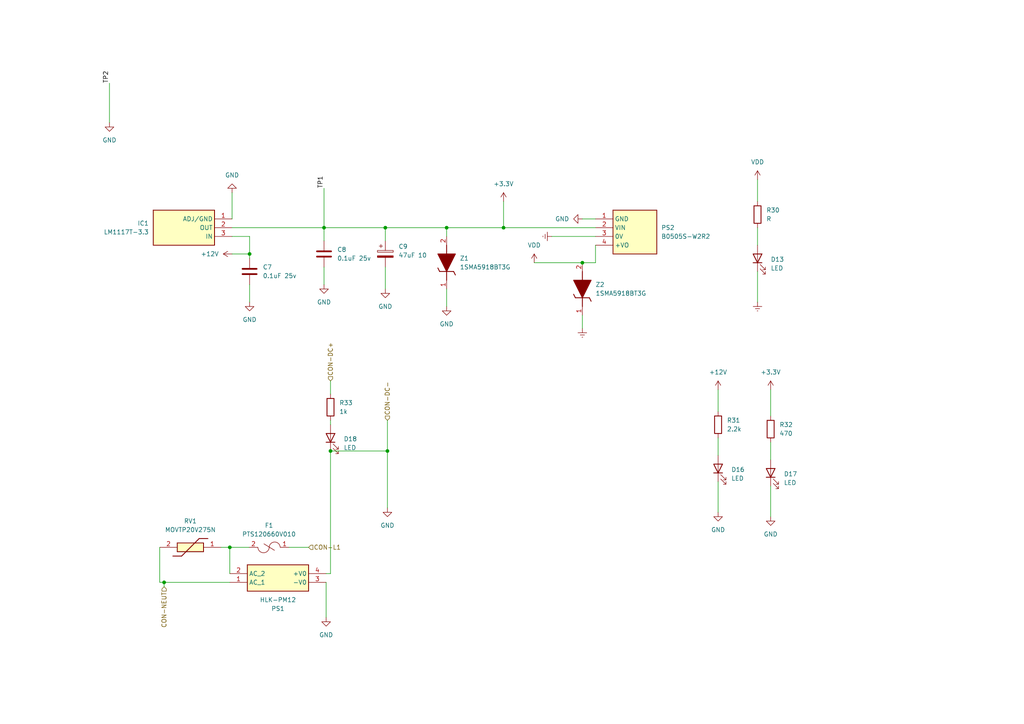
<source format=kicad_sch>
(kicad_sch (version 20230121) (generator eeschema)

  (uuid c0367e68-1c1d-4927-bb12-437c39b8f88d)

  (paper "A4")

  (lib_symbols
    (symbol "1SMA5918BT3G:1SMA5918BT3G" (pin_names hide) (in_bom yes) (on_board yes)
      (property "Reference" "Z" (at 10.16 8.89 0)
        (effects (font (size 1.27 1.27)) (justify left top))
      )
      (property "Value" "1SMA5918BT3G" (at 10.16 6.35 0)
        (effects (font (size 1.27 1.27)) (justify left top))
      )
      (property "Footprint" "DIOM5226X220N" (at 10.16 -93.65 0)
        (effects (font (size 1.27 1.27)) (justify left top) hide)
      )
      (property "Datasheet" "http://www.onsemi.com/pub/Collateral/1SMA5913BT3-D.PDF" (at 10.16 -193.65 0)
        (effects (font (size 1.27 1.27)) (justify left top) hide)
      )
      (property "Height" "2.2" (at 10.16 -393.65 0)
        (effects (font (size 1.27 1.27)) (justify left top) hide)
      )
      (property "Manufacturer_Name" "onsemi" (at 10.16 -493.65 0)
        (effects (font (size 1.27 1.27)) (justify left top) hide)
      )
      (property "Manufacturer_Part_Number" "1SMA5918BT3G" (at 10.16 -593.65 0)
        (effects (font (size 1.27 1.27)) (justify left top) hide)
      )
      (property "Mouser Part Number" "863-1SMA5918BT3G" (at 10.16 -693.65 0)
        (effects (font (size 1.27 1.27)) (justify left top) hide)
      )
      (property "Mouser Price/Stock" "https://www.mouser.co.uk/ProductDetail/onsemi/1SMA5918BT3G?qs=y2kkmE52mdPbjBOutLmedg%3D%3D" (at 10.16 -793.65 0)
        (effects (font (size 1.27 1.27)) (justify left top) hide)
      )
      (property "Arrow Part Number" "1SMA5918BT3G" (at 10.16 -893.65 0)
        (effects (font (size 1.27 1.27)) (justify left top) hide)
      )
      (property "Arrow Price/Stock" "https://www.arrow.com/en/products/1sma5918bt3g/on-semiconductor" (at 10.16 -993.65 0)
        (effects (font (size 1.27 1.27)) (justify left top) hide)
      )
      (property "ki_description" "Diode Zener 5.1V 5% 1.5W SMA ON Semiconductor 1SMA5918BT3G Zener Diode, 5.1V 5% 0.5 W SMT 2-Pin SMA" (at 0 0 0)
        (effects (font (size 1.27 1.27)) hide)
      )
      (symbol "1SMA5918BT3G_1_1"
        (polyline
          (pts
            (xy 2.54 0)
            (xy 5.08 0)
          )
          (stroke (width 0.254) (type default))
          (fill (type none))
        )
        (polyline
          (pts
            (xy 4.064 -2.54)
            (xy 5.08 -2.032)
          )
          (stroke (width 0.254) (type default))
          (fill (type none))
        )
        (polyline
          (pts
            (xy 5.08 2.032)
            (xy 5.08 -2.032)
          )
          (stroke (width 0.254) (type default))
          (fill (type none))
        )
        (polyline
          (pts
            (xy 5.08 2.032)
            (xy 6.096 2.54)
          )
          (stroke (width 0.254) (type default))
          (fill (type none))
        )
        (polyline
          (pts
            (xy 12.7 0)
            (xy 10.16 0)
          )
          (stroke (width 0.254) (type default))
          (fill (type none))
        )
        (polyline
          (pts
            (xy 5.08 0)
            (xy 10.16 2.54)
            (xy 10.16 -2.54)
            (xy 5.08 0)
          )
          (stroke (width 0.254) (type default))
          (fill (type outline))
        )
        (pin passive line (at 0 0 0) (length 2.54)
          (name "K" (effects (font (size 1.27 1.27))))
          (number "1" (effects (font (size 1.27 1.27))))
        )
        (pin passive line (at 15.24 0 180) (length 2.54)
          (name "A" (effects (font (size 1.27 1.27))))
          (number "2" (effects (font (size 1.27 1.27))))
        )
      )
    )
    (symbol "B0505S-W2R2:B0505S-W2R2" (in_bom yes) (on_board yes)
      (property "Reference" "PS" (at 19.05 7.62 0)
        (effects (font (size 1.27 1.27)) (justify left top))
      )
      (property "Value" "B0505S-W2R2" (at 19.05 5.08 0)
        (effects (font (size 1.27 1.27)) (justify left top))
      )
      (property "Footprint" "B0505SW2R2" (at 19.05 -94.92 0)
        (effects (font (size 1.27 1.27)) (justify left top) hide)
      )
      (property "Datasheet" "https://pdf1.alldatasheet.com/datasheet-pdf/view/1102443/MORNSUN/B0505S-W2R2.html" (at 19.05 -194.92 0)
        (effects (font (size 1.27 1.27)) (justify left top) hide)
      )
      (property "Height" "10.41" (at 19.05 -394.92 0)
        (effects (font (size 1.27 1.27)) (justify left top) hide)
      )
      (property "Manufacturer_Name" "Mornsun Power" (at 19.05 -494.92 0)
        (effects (font (size 1.27 1.27)) (justify left top) hide)
      )
      (property "Manufacturer_Part_Number" "B0505S-W2R2" (at 19.05 -594.92 0)
        (effects (font (size 1.27 1.27)) (justify left top) hide)
      )
      (property "Mouser Part Number" "" (at 19.05 -694.92 0)
        (effects (font (size 1.27 1.27)) (justify left top) hide)
      )
      (property "Mouser Price/Stock" "" (at 19.05 -794.92 0)
        (effects (font (size 1.27 1.27)) (justify left top) hide)
      )
      (property "Arrow Part Number" "" (at 19.05 -894.92 0)
        (effects (font (size 1.27 1.27)) (justify left top) hide)
      )
      (property "Arrow Price/Stock" "" (at 19.05 -994.92 0)
        (effects (font (size 1.27 1.27)) (justify left top) hide)
      )
      (property "ki_description" "DC/DC Converter" (at 0 0 0)
        (effects (font (size 1.27 1.27)) hide)
      )
      (symbol "B0505S-W2R2_1_1"
        (rectangle (start 5.08 2.54) (end 17.78 -10.16)
          (stroke (width 0.254) (type default))
          (fill (type background))
        )
        (pin passive line (at 0 0 0) (length 5.08)
          (name "GND" (effects (font (size 1.27 1.27))))
          (number "1" (effects (font (size 1.27 1.27))))
        )
        (pin passive line (at 0 -2.54 0) (length 5.08)
          (name "VIN" (effects (font (size 1.27 1.27))))
          (number "2" (effects (font (size 1.27 1.27))))
        )
        (pin passive line (at 0 -5.08 0) (length 5.08)
          (name "0V" (effects (font (size 1.27 1.27))))
          (number "3" (effects (font (size 1.27 1.27))))
        )
        (pin passive line (at 0 -7.62 0) (length 5.08)
          (name "+VO" (effects (font (size 1.27 1.27))))
          (number "4" (effects (font (size 1.27 1.27))))
        )
      )
    )
    (symbol "Device:C" (pin_numbers hide) (pin_names (offset 0.254)) (in_bom yes) (on_board yes)
      (property "Reference" "C" (at 0.635 2.54 0)
        (effects (font (size 1.27 1.27)) (justify left))
      )
      (property "Value" "C" (at 0.635 -2.54 0)
        (effects (font (size 1.27 1.27)) (justify left))
      )
      (property "Footprint" "" (at 0.9652 -3.81 0)
        (effects (font (size 1.27 1.27)) hide)
      )
      (property "Datasheet" "~" (at 0 0 0)
        (effects (font (size 1.27 1.27)) hide)
      )
      (property "ki_keywords" "cap capacitor" (at 0 0 0)
        (effects (font (size 1.27 1.27)) hide)
      )
      (property "ki_description" "Unpolarized capacitor" (at 0 0 0)
        (effects (font (size 1.27 1.27)) hide)
      )
      (property "ki_fp_filters" "C_*" (at 0 0 0)
        (effects (font (size 1.27 1.27)) hide)
      )
      (symbol "C_0_1"
        (polyline
          (pts
            (xy -2.032 -0.762)
            (xy 2.032 -0.762)
          )
          (stroke (width 0.508) (type default))
          (fill (type none))
        )
        (polyline
          (pts
            (xy -2.032 0.762)
            (xy 2.032 0.762)
          )
          (stroke (width 0.508) (type default))
          (fill (type none))
        )
      )
      (symbol "C_1_1"
        (pin passive line (at 0 3.81 270) (length 2.794)
          (name "~" (effects (font (size 1.27 1.27))))
          (number "1" (effects (font (size 1.27 1.27))))
        )
        (pin passive line (at 0 -3.81 90) (length 2.794)
          (name "~" (effects (font (size 1.27 1.27))))
          (number "2" (effects (font (size 1.27 1.27))))
        )
      )
    )
    (symbol "Device:C_Polarized" (pin_numbers hide) (pin_names (offset 0.254)) (in_bom yes) (on_board yes)
      (property "Reference" "C" (at 0.635 2.54 0)
        (effects (font (size 1.27 1.27)) (justify left))
      )
      (property "Value" "C_Polarized" (at 0.635 -2.54 0)
        (effects (font (size 1.27 1.27)) (justify left))
      )
      (property "Footprint" "" (at 0.9652 -3.81 0)
        (effects (font (size 1.27 1.27)) hide)
      )
      (property "Datasheet" "~" (at 0 0 0)
        (effects (font (size 1.27 1.27)) hide)
      )
      (property "ki_keywords" "cap capacitor" (at 0 0 0)
        (effects (font (size 1.27 1.27)) hide)
      )
      (property "ki_description" "Polarized capacitor" (at 0 0 0)
        (effects (font (size 1.27 1.27)) hide)
      )
      (property "ki_fp_filters" "CP_*" (at 0 0 0)
        (effects (font (size 1.27 1.27)) hide)
      )
      (symbol "C_Polarized_0_1"
        (rectangle (start -2.286 0.508) (end 2.286 1.016)
          (stroke (width 0) (type default))
          (fill (type none))
        )
        (polyline
          (pts
            (xy -1.778 2.286)
            (xy -0.762 2.286)
          )
          (stroke (width 0) (type default))
          (fill (type none))
        )
        (polyline
          (pts
            (xy -1.27 2.794)
            (xy -1.27 1.778)
          )
          (stroke (width 0) (type default))
          (fill (type none))
        )
        (rectangle (start 2.286 -0.508) (end -2.286 -1.016)
          (stroke (width 0) (type default))
          (fill (type outline))
        )
      )
      (symbol "C_Polarized_1_1"
        (pin passive line (at 0 3.81 270) (length 2.794)
          (name "~" (effects (font (size 1.27 1.27))))
          (number "1" (effects (font (size 1.27 1.27))))
        )
        (pin passive line (at 0 -3.81 90) (length 2.794)
          (name "~" (effects (font (size 1.27 1.27))))
          (number "2" (effects (font (size 1.27 1.27))))
        )
      )
    )
    (symbol "Device:LED" (pin_numbers hide) (pin_names (offset 1.016) hide) (in_bom yes) (on_board yes)
      (property "Reference" "D" (at 0 2.54 0)
        (effects (font (size 1.27 1.27)))
      )
      (property "Value" "LED" (at 0 -2.54 0)
        (effects (font (size 1.27 1.27)))
      )
      (property "Footprint" "" (at 0 0 0)
        (effects (font (size 1.27 1.27)) hide)
      )
      (property "Datasheet" "~" (at 0 0 0)
        (effects (font (size 1.27 1.27)) hide)
      )
      (property "ki_keywords" "LED diode" (at 0 0 0)
        (effects (font (size 1.27 1.27)) hide)
      )
      (property "ki_description" "Light emitting diode" (at 0 0 0)
        (effects (font (size 1.27 1.27)) hide)
      )
      (property "ki_fp_filters" "LED* LED_SMD:* LED_THT:*" (at 0 0 0)
        (effects (font (size 1.27 1.27)) hide)
      )
      (symbol "LED_0_1"
        (polyline
          (pts
            (xy -1.27 -1.27)
            (xy -1.27 1.27)
          )
          (stroke (width 0.254) (type default))
          (fill (type none))
        )
        (polyline
          (pts
            (xy -1.27 0)
            (xy 1.27 0)
          )
          (stroke (width 0) (type default))
          (fill (type none))
        )
        (polyline
          (pts
            (xy 1.27 -1.27)
            (xy 1.27 1.27)
            (xy -1.27 0)
            (xy 1.27 -1.27)
          )
          (stroke (width 0.254) (type default))
          (fill (type none))
        )
        (polyline
          (pts
            (xy -3.048 -0.762)
            (xy -4.572 -2.286)
            (xy -3.81 -2.286)
            (xy -4.572 -2.286)
            (xy -4.572 -1.524)
          )
          (stroke (width 0) (type default))
          (fill (type none))
        )
        (polyline
          (pts
            (xy -1.778 -0.762)
            (xy -3.302 -2.286)
            (xy -2.54 -2.286)
            (xy -3.302 -2.286)
            (xy -3.302 -1.524)
          )
          (stroke (width 0) (type default))
          (fill (type none))
        )
      )
      (symbol "LED_1_1"
        (pin passive line (at -3.81 0 0) (length 2.54)
          (name "K" (effects (font (size 1.27 1.27))))
          (number "1" (effects (font (size 1.27 1.27))))
        )
        (pin passive line (at 3.81 0 180) (length 2.54)
          (name "A" (effects (font (size 1.27 1.27))))
          (number "2" (effects (font (size 1.27 1.27))))
        )
      )
    )
    (symbol "Device:R" (pin_numbers hide) (pin_names (offset 0)) (in_bom yes) (on_board yes)
      (property "Reference" "R" (at 2.032 0 90)
        (effects (font (size 1.27 1.27)))
      )
      (property "Value" "R" (at 0 0 90)
        (effects (font (size 1.27 1.27)))
      )
      (property "Footprint" "" (at -1.778 0 90)
        (effects (font (size 1.27 1.27)) hide)
      )
      (property "Datasheet" "~" (at 0 0 0)
        (effects (font (size 1.27 1.27)) hide)
      )
      (property "ki_keywords" "R res resistor" (at 0 0 0)
        (effects (font (size 1.27 1.27)) hide)
      )
      (property "ki_description" "Resistor" (at 0 0 0)
        (effects (font (size 1.27 1.27)) hide)
      )
      (property "ki_fp_filters" "R_*" (at 0 0 0)
        (effects (font (size 1.27 1.27)) hide)
      )
      (symbol "R_0_1"
        (rectangle (start -1.016 -2.54) (end 1.016 2.54)
          (stroke (width 0.254) (type default))
          (fill (type none))
        )
      )
      (symbol "R_1_1"
        (pin passive line (at 0 3.81 270) (length 1.27)
          (name "~" (effects (font (size 1.27 1.27))))
          (number "1" (effects (font (size 1.27 1.27))))
        )
        (pin passive line (at 0 -3.81 90) (length 1.27)
          (name "~" (effects (font (size 1.27 1.27))))
          (number "2" (effects (font (size 1.27 1.27))))
        )
      )
    )
    (symbol "HLK-PM12:HLK-PM12" (in_bom yes) (on_board yes)
      (property "Reference" "PS" (at 24.13 7.62 0)
        (effects (font (size 1.27 1.27)) (justify left top))
      )
      (property "Value" "HLK-PM12" (at 24.13 5.08 0)
        (effects (font (size 1.27 1.27)) (justify left top))
      )
      (property "Footprint" "HLKPM12" (at 24.13 -94.92 0)
        (effects (font (size 1.27 1.27)) (justify left top) hide)
      )
      (property "Datasheet" "https://static.chipdip.ru/lib/919/DOC012919592.pdf" (at 24.13 -194.92 0)
        (effects (font (size 1.27 1.27)) (justify left top) hide)
      )
      (property "Height" "15" (at 24.13 -394.92 0)
        (effects (font (size 1.27 1.27)) (justify left top) hide)
      )
      (property "Manufacturer_Name" "Hi-Link" (at 24.13 -494.92 0)
        (effects (font (size 1.27 1.27)) (justify left top) hide)
      )
      (property "Manufacturer_Part_Number" "HLK-PM12" (at 24.13 -594.92 0)
        (effects (font (size 1.27 1.27)) (justify left top) hide)
      )
      (property "Mouser Part Number" "" (at 24.13 -694.92 0)
        (effects (font (size 1.27 1.27)) (justify left top) hide)
      )
      (property "Mouser Price/Stock" "" (at 24.13 -794.92 0)
        (effects (font (size 1.27 1.27)) (justify left top) hide)
      )
      (property "Arrow Part Number" "" (at 24.13 -894.92 0)
        (effects (font (size 1.27 1.27)) (justify left top) hide)
      )
      (property "Arrow Price/Stock" "" (at 24.13 -994.92 0)
        (effects (font (size 1.27 1.27)) (justify left top) hide)
      )
      (property "ki_description" "3WUltra-small PowerModule" (at 0 0 0)
        (effects (font (size 1.27 1.27)) hide)
      )
      (symbol "HLK-PM12_1_1"
        (rectangle (start 5.08 2.54) (end 22.86 -5.08)
          (stroke (width 0.254) (type default))
          (fill (type background))
        )
        (pin passive line (at 0 0 0) (length 5.08)
          (name "AC_1" (effects (font (size 1.27 1.27))))
          (number "1" (effects (font (size 1.27 1.27))))
        )
        (pin passive line (at 0 -2.54 0) (length 5.08)
          (name "AC_2" (effects (font (size 1.27 1.27))))
          (number "2" (effects (font (size 1.27 1.27))))
        )
        (pin passive line (at 27.94 0 180) (length 5.08)
          (name "-V0" (effects (font (size 1.27 1.27))))
          (number "3" (effects (font (size 1.27 1.27))))
        )
        (pin passive line (at 27.94 -2.54 180) (length 5.08)
          (name "+V0" (effects (font (size 1.27 1.27))))
          (number "4" (effects (font (size 1.27 1.27))))
        )
      )
    )
    (symbol "LM1117T-3_3:LM1117T-3.3" (in_bom yes) (on_board yes)
      (property "Reference" "IC" (at 24.13 7.62 0)
        (effects (font (size 1.27 1.27)) (justify left top))
      )
      (property "Value" "LM1117T-3.3" (at 24.13 5.08 0)
        (effects (font (size 1.27 1.27)) (justify left top))
      )
      (property "Footprint" "TO254P470X1016X2222-3P" (at 24.13 -94.92 0)
        (effects (font (size 1.27 1.27)) (justify left top) hide)
      )
      (property "Datasheet" "" (at 24.13 -194.92 0)
        (effects (font (size 1.27 1.27)) (justify left top) hide)
      )
      (property "Height" "" (at 24.13 -394.92 0)
        (effects (font (size 1.27 1.27)) (justify left top) hide)
      )
      (property "Manufacturer_Name" "Texas Instruments" (at 24.13 -494.92 0)
        (effects (font (size 1.27 1.27)) (justify left top) hide)
      )
      (property "Manufacturer_Part_Number" "LM1117T-3.3" (at 24.13 -594.92 0)
        (effects (font (size 1.27 1.27)) (justify left top) hide)
      )
      (property "Mouser Part Number" "926-LM1117T-33" (at 24.13 -694.92 0)
        (effects (font (size 1.27 1.27)) (justify left top) hide)
      )
      (property "Mouser Price/Stock" "https://www.mouser.co.uk/ProductDetail/Texas-Instruments/LM1117T-33?qs=X1J7HmVL2ZH3OLKrAL3taQ%3D%3D" (at 24.13 -794.92 0)
        (effects (font (size 1.27 1.27)) (justify left top) hide)
      )
      (property "Arrow Part Number" "" (at 24.13 -894.92 0)
        (effects (font (size 1.27 1.27)) (justify left top) hide)
      )
      (property "Arrow Price/Stock" "" (at 24.13 -994.92 0)
        (effects (font (size 1.27 1.27)) (justify left top) hide)
      )
      (property "ki_description" "IC, LDO VOLT REG, 3.3V, 0.8A" (at 0 0 0)
        (effects (font (size 1.27 1.27)) hide)
      )
      (symbol "LM1117T-3.3_1_1"
        (rectangle (start 5.08 2.54) (end 22.86 -7.62)
          (stroke (width 0.254) (type default))
          (fill (type background))
        )
        (pin passive line (at 0 0 0) (length 5.08)
          (name "ADJ/GND" (effects (font (size 1.27 1.27))))
          (number "1" (effects (font (size 1.27 1.27))))
        )
        (pin passive line (at 0 -2.54 0) (length 5.08)
          (name "OUT" (effects (font (size 1.27 1.27))))
          (number "2" (effects (font (size 1.27 1.27))))
        )
        (pin passive line (at 0 -5.08 0) (length 5.08)
          (name "IN" (effects (font (size 1.27 1.27))))
          (number "3" (effects (font (size 1.27 1.27))))
        )
      )
    )
    (symbol "MOVTP20V275N:MOVTP20V275N" (pin_names hide) (in_bom yes) (on_board yes)
      (property "Reference" "RV" (at 13.97 6.35 0)
        (effects (font (size 1.27 1.27)) (justify left top))
      )
      (property "Value" "MOVTP20V275N" (at 13.97 3.81 0)
        (effects (font (size 1.27 1.27)) (justify left top))
      )
      (property "Footprint" "MOVTP20V275N" (at 13.97 -96.19 0)
        (effects (font (size 1.27 1.27)) (justify left top) hide)
      )
      (property "Datasheet" "https://www.eaton.com/content/dam/eaton/products/electronic-components/resources/data-sheet/eaton-movtp-metal-oxide-varistor-thermal-protected-data-sheet-elx1079-en.pdf" (at 13.97 -196.19 0)
        (effects (font (size 1.27 1.27)) (justify left top) hide)
      )
      (property "Height" "31.5" (at 13.97 -396.19 0)
        (effects (font (size 1.27 1.27)) (justify left top) hide)
      )
      (property "Manufacturer_Name" "Eaton" (at 13.97 -496.19 0)
        (effects (font (size 1.27 1.27)) (justify left top) hide)
      )
      (property "Manufacturer_Part_Number" "MOVTP20V275N" (at 13.97 -596.19 0)
        (effects (font (size 1.27 1.27)) (justify left top) hide)
      )
      (property "Mouser Part Number" "" (at 13.97 -696.19 0)
        (effects (font (size 1.27 1.27)) (justify left top) hide)
      )
      (property "Mouser Price/Stock" "" (at 13.97 -796.19 0)
        (effects (font (size 1.27 1.27)) (justify left top) hide)
      )
      (property "Arrow Part Number" "" (at 13.97 -896.19 0)
        (effects (font (size 1.27 1.27)) (justify left top) hide)
      )
      (property "Arrow Price/Stock" "" (at 13.97 -996.19 0)
        (effects (font (size 1.27 1.27)) (justify left top) hide)
      )
      (property "ki_description" "430 V 10 kA Varistor 1 Circuit Through Hole Disc 20mm" (at 0 0 0)
        (effects (font (size 1.27 1.27)) hide)
      )
      (symbol "MOVTP20V275N_1_1"
        (polyline
          (pts
            (xy 3.81 -2.54)
            (xy 6.35 -2.54)
          )
          (stroke (width 0.254) (type default))
          (fill (type none))
        )
        (polyline
          (pts
            (xy 11.43 2.54)
            (xy 6.35 -2.54)
          )
          (stroke (width 0.254) (type default))
          (fill (type none))
        )
        (polyline
          (pts
            (xy 11.43 2.54)
            (xy 13.97 2.54)
          )
          (stroke (width 0.254) (type default))
          (fill (type none))
        )
        (rectangle (start 5.08 1.27) (end 12.7 -1.27)
          (stroke (width 0.254) (type default))
          (fill (type background))
        )
        (pin passive line (at 0 0 0) (length 5.08)
          (name "1" (effects (font (size 1.27 1.27))))
          (number "1" (effects (font (size 1.27 1.27))))
        )
        (pin passive line (at 17.78 0 180) (length 5.08)
          (name "2" (effects (font (size 1.27 1.27))))
          (number "2" (effects (font (size 1.27 1.27))))
        )
      )
    )
    (symbol "nuevos simvolos:PTS120660V010" (in_bom yes) (on_board yes)
      (property "Reference" "F" (at 0 -2.54 0)
        (effects (font (size 1.27 1.27)))
      )
      (property "Value" "PTS120660V010" (at 0 -4.064 0)
        (effects (font (size 1.27 1.27)))
      )
      (property "Footprint" "Nueva carpeta:RESC3115X65N" (at 0 -2.54 0)
        (effects (font (size 1.27 1.27)) hide)
      )
      (property "Datasheet" "https://www.mouser.com/datasheet/2/87/eaton_pts1206_6_60_volt_dc_surface_mount_resettabl-1608737.pdf" (at 0 -2.54 0)
        (effects (font (size 1.27 1.27)) hide)
      )
      (symbol "PTS120660V010_0_1"
        (arc (start -3.1877 0) (mid -1.5689 -1.5407) (end 0 0.0508)
          (stroke (width 0) (type default))
          (fill (type none))
        )
        (polyline
          (pts
            (xy -1.524 0.8636)
            (xy 1.524 -1.016)
          )
          (stroke (width 0) (type default))
          (fill (type none))
        )
        (arc (start 3.2766 0) (mid 1.6623 1.5705) (end 0 0.0508)
          (stroke (width 0) (type default))
          (fill (type none))
        )
      )
      (symbol "PTS120660V010_1_1"
        (pin input line (at -5.7404 0 0) (length 2.54)
          (name "" (effects (font (size 1.27 1.27))))
          (number "1" (effects (font (size 1.27 1.27))))
        )
        (pin output line (at 5.842 0 180) (length 2.54)
          (name "" (effects (font (size 1.27 1.27))))
          (number "2" (effects (font (size 1.27 1.27))))
        )
      )
    )
    (symbol "power:+12V" (power) (pin_names (offset 0)) (in_bom yes) (on_board yes)
      (property "Reference" "#PWR" (at 0 -3.81 0)
        (effects (font (size 1.27 1.27)) hide)
      )
      (property "Value" "+12V" (at 0 3.556 0)
        (effects (font (size 1.27 1.27)))
      )
      (property "Footprint" "" (at 0 0 0)
        (effects (font (size 1.27 1.27)) hide)
      )
      (property "Datasheet" "" (at 0 0 0)
        (effects (font (size 1.27 1.27)) hide)
      )
      (property "ki_keywords" "global power" (at 0 0 0)
        (effects (font (size 1.27 1.27)) hide)
      )
      (property "ki_description" "Power symbol creates a global label with name \"+12V\"" (at 0 0 0)
        (effects (font (size 1.27 1.27)) hide)
      )
      (symbol "+12V_0_1"
        (polyline
          (pts
            (xy -0.762 1.27)
            (xy 0 2.54)
          )
          (stroke (width 0) (type default))
          (fill (type none))
        )
        (polyline
          (pts
            (xy 0 0)
            (xy 0 2.54)
          )
          (stroke (width 0) (type default))
          (fill (type none))
        )
        (polyline
          (pts
            (xy 0 2.54)
            (xy 0.762 1.27)
          )
          (stroke (width 0) (type default))
          (fill (type none))
        )
      )
      (symbol "+12V_1_1"
        (pin power_in line (at 0 0 90) (length 0) hide
          (name "+12V" (effects (font (size 1.27 1.27))))
          (number "1" (effects (font (size 1.27 1.27))))
        )
      )
    )
    (symbol "power:+3.3V" (power) (pin_names (offset 0)) (in_bom yes) (on_board yes)
      (property "Reference" "#PWR" (at 0 -3.81 0)
        (effects (font (size 1.27 1.27)) hide)
      )
      (property "Value" "+3.3V" (at 0 3.556 0)
        (effects (font (size 1.27 1.27)))
      )
      (property "Footprint" "" (at 0 0 0)
        (effects (font (size 1.27 1.27)) hide)
      )
      (property "Datasheet" "" (at 0 0 0)
        (effects (font (size 1.27 1.27)) hide)
      )
      (property "ki_keywords" "global power" (at 0 0 0)
        (effects (font (size 1.27 1.27)) hide)
      )
      (property "ki_description" "Power symbol creates a global label with name \"+3.3V\"" (at 0 0 0)
        (effects (font (size 1.27 1.27)) hide)
      )
      (symbol "+3.3V_0_1"
        (polyline
          (pts
            (xy -0.762 1.27)
            (xy 0 2.54)
          )
          (stroke (width 0) (type default))
          (fill (type none))
        )
        (polyline
          (pts
            (xy 0 0)
            (xy 0 2.54)
          )
          (stroke (width 0) (type default))
          (fill (type none))
        )
        (polyline
          (pts
            (xy 0 2.54)
            (xy 0.762 1.27)
          )
          (stroke (width 0) (type default))
          (fill (type none))
        )
      )
      (symbol "+3.3V_1_1"
        (pin power_in line (at 0 0 90) (length 0) hide
          (name "+3.3V" (effects (font (size 1.27 1.27))))
          (number "1" (effects (font (size 1.27 1.27))))
        )
      )
    )
    (symbol "power:Earth" (power) (pin_names (offset 0)) (in_bom yes) (on_board yes)
      (property "Reference" "#PWR" (at 0 -6.35 0)
        (effects (font (size 1.27 1.27)) hide)
      )
      (property "Value" "Earth" (at 0 -3.81 0)
        (effects (font (size 1.27 1.27)) hide)
      )
      (property "Footprint" "" (at 0 0 0)
        (effects (font (size 1.27 1.27)) hide)
      )
      (property "Datasheet" "~" (at 0 0 0)
        (effects (font (size 1.27 1.27)) hide)
      )
      (property "ki_keywords" "global ground gnd" (at 0 0 0)
        (effects (font (size 1.27 1.27)) hide)
      )
      (property "ki_description" "Power symbol creates a global label with name \"Earth\"" (at 0 0 0)
        (effects (font (size 1.27 1.27)) hide)
      )
      (symbol "Earth_0_1"
        (polyline
          (pts
            (xy -0.635 -1.905)
            (xy 0.635 -1.905)
          )
          (stroke (width 0) (type default))
          (fill (type none))
        )
        (polyline
          (pts
            (xy -0.127 -2.54)
            (xy 0.127 -2.54)
          )
          (stroke (width 0) (type default))
          (fill (type none))
        )
        (polyline
          (pts
            (xy 0 -1.27)
            (xy 0 0)
          )
          (stroke (width 0) (type default))
          (fill (type none))
        )
        (polyline
          (pts
            (xy 1.27 -1.27)
            (xy -1.27 -1.27)
          )
          (stroke (width 0) (type default))
          (fill (type none))
        )
      )
      (symbol "Earth_1_1"
        (pin power_in line (at 0 0 270) (length 0) hide
          (name "Earth" (effects (font (size 1.27 1.27))))
          (number "1" (effects (font (size 1.27 1.27))))
        )
      )
    )
    (symbol "power:GND" (power) (pin_names (offset 0)) (in_bom yes) (on_board yes)
      (property "Reference" "#PWR" (at 0 -6.35 0)
        (effects (font (size 1.27 1.27)) hide)
      )
      (property "Value" "GND" (at 0 -3.81 0)
        (effects (font (size 1.27 1.27)))
      )
      (property "Footprint" "" (at 0 0 0)
        (effects (font (size 1.27 1.27)) hide)
      )
      (property "Datasheet" "" (at 0 0 0)
        (effects (font (size 1.27 1.27)) hide)
      )
      (property "ki_keywords" "global power" (at 0 0 0)
        (effects (font (size 1.27 1.27)) hide)
      )
      (property "ki_description" "Power symbol creates a global label with name \"GND\" , ground" (at 0 0 0)
        (effects (font (size 1.27 1.27)) hide)
      )
      (symbol "GND_0_1"
        (polyline
          (pts
            (xy 0 0)
            (xy 0 -1.27)
            (xy 1.27 -1.27)
            (xy 0 -2.54)
            (xy -1.27 -1.27)
            (xy 0 -1.27)
          )
          (stroke (width 0) (type default))
          (fill (type none))
        )
      )
      (symbol "GND_1_1"
        (pin power_in line (at 0 0 270) (length 0) hide
          (name "GND" (effects (font (size 1.27 1.27))))
          (number "1" (effects (font (size 1.27 1.27))))
        )
      )
    )
    (symbol "power:VDD" (power) (pin_names (offset 0)) (in_bom yes) (on_board yes)
      (property "Reference" "#PWR" (at 0 -3.81 0)
        (effects (font (size 1.27 1.27)) hide)
      )
      (property "Value" "VDD" (at 0 3.81 0)
        (effects (font (size 1.27 1.27)))
      )
      (property "Footprint" "" (at 0 0 0)
        (effects (font (size 1.27 1.27)) hide)
      )
      (property "Datasheet" "" (at 0 0 0)
        (effects (font (size 1.27 1.27)) hide)
      )
      (property "ki_keywords" "global power" (at 0 0 0)
        (effects (font (size 1.27 1.27)) hide)
      )
      (property "ki_description" "Power symbol creates a global label with name \"VDD\"" (at 0 0 0)
        (effects (font (size 1.27 1.27)) hide)
      )
      (symbol "VDD_0_1"
        (polyline
          (pts
            (xy -0.762 1.27)
            (xy 0 2.54)
          )
          (stroke (width 0) (type default))
          (fill (type none))
        )
        (polyline
          (pts
            (xy 0 0)
            (xy 0 2.54)
          )
          (stroke (width 0) (type default))
          (fill (type none))
        )
        (polyline
          (pts
            (xy 0 2.54)
            (xy 0.762 1.27)
          )
          (stroke (width 0) (type default))
          (fill (type none))
        )
      )
      (symbol "VDD_1_1"
        (pin power_in line (at 0 0 90) (length 0) hide
          (name "VDD" (effects (font (size 1.27 1.27))))
          (number "1" (effects (font (size 1.27 1.27))))
        )
      )
    )
  )

  (junction (at 72.39 73.66) (diameter 0) (color 0 0 0 0)
    (uuid 019039e6-f1f9-4cb7-9642-70aa3e5ff7d3)
  )
  (junction (at 111.76 66.04) (diameter 0) (color 0 0 0 0)
    (uuid 03e4a749-fbc6-4ce6-a425-c04fd5eaef40)
  )
  (junction (at 112.3696 130.81) (diameter 0) (color 0 0 0 0)
    (uuid 12bc50f8-98ae-40ee-b47b-fc724bc5f425)
  )
  (junction (at 129.54 66.04) (diameter 0) (color 0 0 0 0)
    (uuid 18578f65-3d3b-479a-bf1a-e3f00dd43d8c)
  )
  (junction (at 93.98 66.04) (diameter 0) (color 0 0 0 0)
    (uuid 69716c64-9246-4875-a861-c94bd1698711)
  )
  (junction (at 66.6496 158.75) (diameter 0) (color 0 0 0 0)
    (uuid 96699b48-7a2b-44c4-8a49-c5f4f14dc9e4)
  )
  (junction (at 95.8596 130.81) (diameter 0) (color 0 0 0 0)
    (uuid aee61bb0-aa18-4989-999f-82e3c2c2021f)
  )
  (junction (at 168.91 76.2) (diameter 0) (color 0 0 0 0)
    (uuid d91338db-36c2-45fd-99dc-eecc327e7b2c)
  )
  (junction (at 146.05 66.04) (diameter 0) (color 0 0 0 0)
    (uuid f9c02bdd-1599-40b1-8399-4178ed12df61)
  )
  (junction (at 47.5996 168.91) (diameter 0) (color 0 0 0 0)
    (uuid fcbca99a-a926-4b95-bb9f-a6d45118fbbe)
  )

  (wire (pts (xy 72.39 74.93) (xy 72.39 73.66))
    (stroke (width 0) (type default))
    (uuid 0a3a07a7-15ad-435a-bcc7-b1ecc5ad8861)
  )
  (wire (pts (xy 223.52 113.03) (xy 223.52 120.65))
    (stroke (width 0) (type default))
    (uuid 0d34634a-6cbf-4992-9574-ebee16cba5f4)
  )
  (wire (pts (xy 72.39 73.66) (xy 72.39 68.58))
    (stroke (width 0) (type default))
    (uuid 116e8266-b17b-431e-9a60-7d3349ee3de1)
  )
  (wire (pts (xy 72.39 82.55) (xy 72.39 87.63))
    (stroke (width 0) (type default))
    (uuid 256457d1-e73c-4b68-96ab-5840d116e239)
  )
  (wire (pts (xy 219.71 52.07) (xy 219.71 58.42))
    (stroke (width 0) (type default))
    (uuid 2a8c3e3a-0cb5-4277-bd90-6c3dd27fafe3)
  )
  (wire (pts (xy 112.3696 130.81) (xy 95.8596 130.81))
    (stroke (width 0) (type default))
    (uuid 32a9e44a-732a-4c05-9578-8c277f99f65e)
  )
  (wire (pts (xy 94.5896 168.91) (xy 94.5896 179.07))
    (stroke (width 0) (type default))
    (uuid 371c864c-edbe-4976-826b-af7e4c316a39)
  )
  (wire (pts (xy 172.72 76.2) (xy 168.91 76.2))
    (stroke (width 0) (type default))
    (uuid 3bea5791-cb19-49b8-9f8d-dfe060308131)
  )
  (wire (pts (xy 219.71 78.74) (xy 219.71 87.63))
    (stroke (width 0) (type default))
    (uuid 4b82afbd-ea62-40cf-807e-b353ff98d313)
  )
  (wire (pts (xy 160.02 68.58) (xy 172.72 68.58))
    (stroke (width 0) (type default))
    (uuid 50401e17-e283-41e8-b413-6e6564a196af)
  )
  (wire (pts (xy 112.3696 130.81) (xy 112.3696 147.32))
    (stroke (width 0) (type default))
    (uuid 522d141d-a43b-44e6-84a7-59f33c17b1d3)
  )
  (wire (pts (xy 129.54 66.04) (xy 146.05 66.04))
    (stroke (width 0) (type default))
    (uuid 5636b457-1e31-4877-958f-a78a6558184c)
  )
  (wire (pts (xy 95.8596 121.92) (xy 95.8596 123.19))
    (stroke (width 0) (type default))
    (uuid 59173644-8834-4b32-8b08-09d6763cce7b)
  )
  (wire (pts (xy 95.8596 166.37) (xy 94.5896 166.37))
    (stroke (width 0) (type default))
    (uuid 5e66fc9e-356f-4468-8b4e-72e59f85c7f5)
  )
  (wire (pts (xy 83.82 158.75) (xy 89.5096 158.75))
    (stroke (width 0) (type default))
    (uuid 60401922-4c09-40d3-897e-c73cbebc6898)
  )
  (wire (pts (xy 111.76 77.47) (xy 111.76 83.82))
    (stroke (width 0) (type default))
    (uuid 632b98c6-0b53-4f81-9645-94faae16dab7)
  )
  (wire (pts (xy 146.05 58.42) (xy 146.05 66.04))
    (stroke (width 0) (type default))
    (uuid 6451ec9c-9910-4178-b71b-26c6d0b1f30d)
  )
  (wire (pts (xy 223.52 128.27) (xy 223.52 133.35))
    (stroke (width 0) (type default))
    (uuid 682ba984-fbfa-4ce1-ab5b-49e535e29037)
  )
  (wire (pts (xy 66.6496 158.75) (xy 64.1096 158.75))
    (stroke (width 0) (type default))
    (uuid 683bf52e-1a7d-4a1c-a0e2-c3003282ec0d)
  )
  (wire (pts (xy 95.8596 110.49) (xy 95.8596 114.3))
    (stroke (width 0) (type default))
    (uuid 6bb256b1-c787-4c9a-987a-c357770479b3)
  )
  (wire (pts (xy 31.75 24.13) (xy 31.75 35.56))
    (stroke (width 0) (type default))
    (uuid 6fedabcf-0fc7-4136-b617-82a58a21144a)
  )
  (wire (pts (xy 72.39 68.58) (xy 67.31 68.58))
    (stroke (width 0) (type default))
    (uuid 73c6840a-7bd4-43a1-84a8-2a52ccd83b60)
  )
  (wire (pts (xy 208.28 139.7) (xy 208.28 148.59))
    (stroke (width 0) (type default))
    (uuid 7714938e-7c56-4eaa-a657-9e3fc34b8024)
  )
  (wire (pts (xy 46.3296 168.91) (xy 46.3296 158.75))
    (stroke (width 0) (type default))
    (uuid 79ebd14d-51e6-4ecd-a1ef-e9adec5fcade)
  )
  (wire (pts (xy 168.91 91.44) (xy 168.91 95.25))
    (stroke (width 0) (type default))
    (uuid 7a118f19-d269-4779-b0fe-4f90432ca584)
  )
  (wire (pts (xy 129.54 83.82) (xy 129.54 88.9))
    (stroke (width 0) (type default))
    (uuid 9241fc5e-30f3-4f30-8ee7-ad0213d93a08)
  )
  (wire (pts (xy 93.98 77.47) (xy 93.98 82.55))
    (stroke (width 0) (type default))
    (uuid 9a6efbbc-a5a1-4f19-b8b3-757aad33354e)
  )
  (wire (pts (xy 67.31 55.88) (xy 67.31 63.5))
    (stroke (width 0) (type default))
    (uuid 9c593b94-b3f7-4643-a8c3-e5f4c3bc8abc)
  )
  (wire (pts (xy 112.3696 121.92) (xy 112.3696 130.81))
    (stroke (width 0) (type default))
    (uuid 9e16bcb3-8f2e-480d-a595-1213b5c176e0)
  )
  (wire (pts (xy 67.31 73.66) (xy 72.39 73.66))
    (stroke (width 0) (type default))
    (uuid a6cb6e64-48f8-4bb5-b140-a88feb847ae5)
  )
  (wire (pts (xy 111.76 69.85) (xy 111.76 66.04))
    (stroke (width 0) (type default))
    (uuid acf95963-486e-474e-9ced-adacb79d35b2)
  )
  (wire (pts (xy 95.8596 130.81) (xy 95.8596 166.37))
    (stroke (width 0) (type default))
    (uuid b6d5d93c-9c2f-4d40-a8dd-6367b5c38afe)
  )
  (wire (pts (xy 66.6496 158.75) (xy 66.6496 166.37))
    (stroke (width 0) (type default))
    (uuid b8dcd42d-885c-40f8-99ef-bf45bfa8245e)
  )
  (wire (pts (xy 67.31 66.04) (xy 93.98 66.04))
    (stroke (width 0) (type default))
    (uuid bef85c07-0a52-4511-b713-a9da4bf154c5)
  )
  (wire (pts (xy 208.28 113.03) (xy 208.28 119.38))
    (stroke (width 0) (type default))
    (uuid bf83c5b2-99b3-4a25-99cb-5fd38f950071)
  )
  (wire (pts (xy 93.98 54.61) (xy 93.98 66.04))
    (stroke (width 0) (type default))
    (uuid c25c8046-9655-4e87-a604-fa14ade7bb18)
  )
  (wire (pts (xy 219.71 66.04) (xy 219.71 71.12))
    (stroke (width 0) (type default))
    (uuid c5019c1f-3317-46e4-8822-70884e1df7c1)
  )
  (wire (pts (xy 47.5996 168.91) (xy 66.6496 168.91))
    (stroke (width 0) (type default))
    (uuid ca8b8a4b-8d62-4742-b4e6-2024890371ee)
  )
  (wire (pts (xy 168.91 76.2) (xy 154.94 76.2))
    (stroke (width 0) (type default))
    (uuid cc8da5cb-bc90-4eb8-8014-cc697c838a1c)
  )
  (wire (pts (xy 111.76 66.04) (xy 129.54 66.04))
    (stroke (width 0) (type default))
    (uuid ccc1b65d-6ae9-4405-a5a5-4a169d5d4c09)
  )
  (wire (pts (xy 66.6496 158.75) (xy 72.2376 158.75))
    (stroke (width 0) (type default))
    (uuid d48c3232-3afd-4cf8-8b16-7921c30aa29e)
  )
  (wire (pts (xy 223.52 140.97) (xy 223.52 149.86))
    (stroke (width 0) (type default))
    (uuid d6574ba7-fdf7-4a60-9e98-2e94ca090d05)
  )
  (wire (pts (xy 146.05 66.04) (xy 172.72 66.04))
    (stroke (width 0) (type default))
    (uuid d7b08fe1-6789-40f5-982c-9f618416de8c)
  )
  (wire (pts (xy 129.54 66.04) (xy 129.54 68.58))
    (stroke (width 0) (type default))
    (uuid dac4bcb5-7a24-4176-9a75-c85dc244a882)
  )
  (wire (pts (xy 47.5996 170.18) (xy 47.5996 168.91))
    (stroke (width 0) (type default))
    (uuid dba11f76-3676-437e-8c4e-95617725322c)
  )
  (wire (pts (xy 172.72 71.12) (xy 172.72 76.2))
    (stroke (width 0) (type default))
    (uuid de0df241-72ad-46dc-8542-821e70eacb92)
  )
  (wire (pts (xy 172.72 63.5) (xy 168.91 63.5))
    (stroke (width 0) (type default))
    (uuid df545ee9-9cef-4a99-a246-2836e4a611a5)
  )
  (wire (pts (xy 93.98 66.04) (xy 93.98 69.85))
    (stroke (width 0) (type default))
    (uuid e299a7aa-7a69-4d8f-8351-08eec260c010)
  )
  (wire (pts (xy 47.5996 168.91) (xy 46.3296 168.91))
    (stroke (width 0) (type default))
    (uuid f842d5d2-8a67-4615-be11-00a89c4f8581)
  )
  (wire (pts (xy 93.98 66.04) (xy 111.76 66.04))
    (stroke (width 0) (type default))
    (uuid f8852a0a-40ec-469d-a72a-77ca091c4f98)
  )
  (wire (pts (xy 208.28 127) (xy 208.28 132.08))
    (stroke (width 0) (type default))
    (uuid fa2ed3c6-f437-497a-b972-a05b1737dcda)
  )

  (label "TP1" (at 93.98 54.61 90) (fields_autoplaced)
    (effects (font (size 1.27 1.27)) (justify left bottom))
    (uuid 30cd179f-c323-4a41-a905-5d0b57f273c9)
  )
  (label "TP2" (at 31.75 24.13 90) (fields_autoplaced)
    (effects (font (size 1.27 1.27)) (justify left bottom))
    (uuid 4aa5d270-99f3-4b98-9f61-a8fd4d59df2b)
  )

  (hierarchical_label "CON-DC+" (shape input) (at 95.8596 110.49 90) (fields_autoplaced)
    (effects (font (size 1.27 1.27)) (justify left))
    (uuid 1ecbb622-c608-4d73-b0a5-9cc62ef0df49)
  )
  (hierarchical_label "CON-L1" (shape input) (at 89.5096 158.75 0) (fields_autoplaced)
    (effects (font (size 1.27 1.27)) (justify left))
    (uuid 364f6131-1bf3-4475-909e-850c32e69b4e)
  )
  (hierarchical_label "CON-NEUT" (shape input) (at 47.5996 170.18 270) (fields_autoplaced)
    (effects (font (size 1.27 1.27)) (justify right))
    (uuid 96e14f16-7a17-4d67-8077-6741fd70ecc4)
  )
  (hierarchical_label "CON-DC-" (shape input) (at 112.3696 121.92 90) (fields_autoplaced)
    (effects (font (size 1.27 1.27)) (justify left))
    (uuid 9fdc8c09-d5f4-464a-bacc-bac47a09e0a8)
  )

  (symbol (lib_id "Device:C") (at 72.39 78.74 0) (unit 1)
    (in_bom yes) (on_board yes) (dnp no) (fields_autoplaced)
    (uuid 01ffb85b-0d42-4479-b58a-adf52dbedb55)
    (property "Reference" "C7" (at 76.2 77.47 0)
      (effects (font (size 1.27 1.27)) (justify left))
    )
    (property "Value" "0.1uF 25v" (at 76.2 80.01 0)
      (effects (font (size 1.27 1.27)) (justify left))
    )
    (property "Footprint" "Capacitor_SMD:C_0805_2012Metric_Pad1.18x1.45mm_HandSolder" (at 73.3552 82.55 0)
      (effects (font (size 1.27 1.27)) hide)
    )
    (property "Datasheet" "~" (at 72.39 78.74 0)
      (effects (font (size 1.27 1.27)) hide)
    )
    (pin "1" (uuid 191484bb-0cc4-429f-81de-0d9187feba12))
    (pin "2" (uuid 48b016bc-cc51-43d4-a102-56fea6f7e643))
    (instances
      (project "Room_Link"
        (path "/c4ebd78f-0c54-42fb-8411-155772684713/6ffab1c0-a902-4896-acce-96f8f8ea2f51/d1534244-0b2b-4ad7-9257-57688aca0bac"
          (reference "C7") (unit 1)
        )
      )
    )
  )

  (symbol (lib_id "power:VDD") (at 219.71 52.07 0) (unit 1)
    (in_bom yes) (on_board yes) (dnp no) (fields_autoplaced)
    (uuid 06e31850-572e-433f-bbee-84af89aa066f)
    (property "Reference" "#PWR053" (at 219.71 55.88 0)
      (effects (font (size 1.27 1.27)) hide)
    )
    (property "Value" "VDD" (at 219.71 46.99 0)
      (effects (font (size 1.27 1.27)))
    )
    (property "Footprint" "" (at 219.71 52.07 0)
      (effects (font (size 1.27 1.27)) hide)
    )
    (property "Datasheet" "" (at 219.71 52.07 0)
      (effects (font (size 1.27 1.27)) hide)
    )
    (pin "1" (uuid be4bd4b2-4767-4da7-b1c8-9d6c558485ab))
    (instances
      (project "Room_Link"
        (path "/c4ebd78f-0c54-42fb-8411-155772684713/6ffab1c0-a902-4896-acce-96f8f8ea2f51/d1534244-0b2b-4ad7-9257-57688aca0bac"
          (reference "#PWR053") (unit 1)
        )
      )
    )
  )

  (symbol (lib_id "power:GND") (at 72.39 87.63 0) (unit 1)
    (in_bom yes) (on_board yes) (dnp no) (fields_autoplaced)
    (uuid 101a75f1-7882-44e8-94a8-e1285d5ed596)
    (property "Reference" "#PWR043" (at 72.39 93.98 0)
      (effects (font (size 1.27 1.27)) hide)
    )
    (property "Value" "GND" (at 72.39 92.71 0)
      (effects (font (size 1.27 1.27)))
    )
    (property "Footprint" "" (at 72.39 87.63 0)
      (effects (font (size 1.27 1.27)) hide)
    )
    (property "Datasheet" "" (at 72.39 87.63 0)
      (effects (font (size 1.27 1.27)) hide)
    )
    (pin "1" (uuid 7a0af632-74b4-4563-8084-dcbb4f608606))
    (instances
      (project "Room_Link"
        (path "/c4ebd78f-0c54-42fb-8411-155772684713/6ffab1c0-a902-4896-acce-96f8f8ea2f51/d1534244-0b2b-4ad7-9257-57688aca0bac"
          (reference "#PWR043") (unit 1)
        )
      )
    )
  )

  (symbol (lib_id "nuevos simvolos:PTS120660V010") (at 78.0796 158.75 180) (unit 1)
    (in_bom yes) (on_board yes) (dnp no)
    (uuid 126e4d35-a1c2-43bf-87a8-ab741ca98ef0)
    (property "Reference" "F1" (at 78.0288 152.4 0)
      (effects (font (size 1.27 1.27)))
    )
    (property "Value" "PTS120660V010" (at 78.0288 154.94 0)
      (effects (font (size 1.27 1.27)))
    )
    (property "Footprint" "PTS12066V050:FUSC3216X68N" (at 78.0796 156.21 0)
      (effects (font (size 1.27 1.27)) hide)
    )
    (property "Datasheet" "https://www.mouser.com/datasheet/2/87/eaton_pts1206_6_60_volt_dc_surface_mount_resettabl-1608737.pdf" (at 78.0796 156.21 0)
      (effects (font (size 1.27 1.27)) hide)
    )
    (pin "1" (uuid 21a93b1a-0215-4432-b51c-eb88a1502686))
    (pin "2" (uuid 2bc45769-0306-4f2c-bb4a-c6d49c83c0a9))
    (instances
      (project "Room_Link"
        (path "/c4ebd78f-0c54-42fb-8411-155772684713/6ffab1c0-a902-4896-acce-96f8f8ea2f51/c38d9ed4-fd09-4498-bcb3-6c7dfb3c5f4c"
          (reference "F1") (unit 1)
        )
        (path "/c4ebd78f-0c54-42fb-8411-155772684713/6ffab1c0-a902-4896-acce-96f8f8ea2f51/d1534244-0b2b-4ad7-9257-57688aca0bac"
          (reference "F3") (unit 1)
        )
      )
    )
  )

  (symbol (lib_id "power:GND") (at 112.3696 147.32 0) (unit 1)
    (in_bom yes) (on_board yes) (dnp no) (fields_autoplaced)
    (uuid 133f3b83-9f96-4014-9edb-b3210fdc35a2)
    (property "Reference" "#PWR059" (at 112.3696 153.67 0)
      (effects (font (size 1.27 1.27)) hide)
    )
    (property "Value" "GND" (at 112.3696 152.4 0)
      (effects (font (size 1.27 1.27)))
    )
    (property "Footprint" "" (at 112.3696 147.32 0)
      (effects (font (size 1.27 1.27)) hide)
    )
    (property "Datasheet" "" (at 112.3696 147.32 0)
      (effects (font (size 1.27 1.27)) hide)
    )
    (pin "1" (uuid f3136ac3-c10f-4a66-b9c9-54c1f2d1194c))
    (instances
      (project "Room_Link"
        (path "/c4ebd78f-0c54-42fb-8411-155772684713/6ffab1c0-a902-4896-acce-96f8f8ea2f51/d1534244-0b2b-4ad7-9257-57688aca0bac"
          (reference "#PWR059") (unit 1)
        )
      )
    )
  )

  (symbol (lib_id "power:Earth") (at 168.91 95.25 0) (unit 1)
    (in_bom yes) (on_board yes) (dnp no) (fields_autoplaced)
    (uuid 14be46c6-af1d-44e6-94b0-6e4e655786b5)
    (property "Reference" "#PWR051" (at 168.91 101.6 0)
      (effects (font (size 1.27 1.27)) hide)
    )
    (property "Value" "Earth" (at 168.91 99.06 0)
      (effects (font (size 1.27 1.27)) hide)
    )
    (property "Footprint" "" (at 168.91 95.25 0)
      (effects (font (size 1.27 1.27)) hide)
    )
    (property "Datasheet" "~" (at 168.91 95.25 0)
      (effects (font (size 1.27 1.27)) hide)
    )
    (pin "1" (uuid 1b6c4734-941d-4f74-9729-9667c31ce69d))
    (instances
      (project "Room_Link"
        (path "/c4ebd78f-0c54-42fb-8411-155772684713/6ffab1c0-a902-4896-acce-96f8f8ea2f51/d1534244-0b2b-4ad7-9257-57688aca0bac"
          (reference "#PWR051") (unit 1)
        )
      )
    )
  )

  (symbol (lib_id "power:Earth") (at 160.02 68.58 270) (unit 1)
    (in_bom yes) (on_board yes) (dnp no) (fields_autoplaced)
    (uuid 1705e4be-b633-4d73-8634-ad9dec9c9137)
    (property "Reference" "#PWR049" (at 153.67 68.58 0)
      (effects (font (size 1.27 1.27)) hide)
    )
    (property "Value" "Earth" (at 156.21 68.58 0)
      (effects (font (size 1.27 1.27)) hide)
    )
    (property "Footprint" "" (at 160.02 68.58 0)
      (effects (font (size 1.27 1.27)) hide)
    )
    (property "Datasheet" "~" (at 160.02 68.58 0)
      (effects (font (size 1.27 1.27)) hide)
    )
    (pin "1" (uuid b570123f-d274-43ea-b4c6-302fb8b747de))
    (instances
      (project "Room_Link"
        (path "/c4ebd78f-0c54-42fb-8411-155772684713/6ffab1c0-a902-4896-acce-96f8f8ea2f51/d1534244-0b2b-4ad7-9257-57688aca0bac"
          (reference "#PWR049") (unit 1)
        )
      )
    )
  )

  (symbol (lib_id "power:+12V") (at 208.28 113.03 0) (unit 1)
    (in_bom yes) (on_board yes) (dnp no) (fields_autoplaced)
    (uuid 1715b7ac-aa82-47a8-93ed-e6fe3e1b885e)
    (property "Reference" "#PWR057" (at 208.28 116.84 0)
      (effects (font (size 1.27 1.27)) hide)
    )
    (property "Value" "+12V" (at 208.28 107.95 0)
      (effects (font (size 1.27 1.27)))
    )
    (property "Footprint" "" (at 208.28 113.03 0)
      (effects (font (size 1.27 1.27)) hide)
    )
    (property "Datasheet" "" (at 208.28 113.03 0)
      (effects (font (size 1.27 1.27)) hide)
    )
    (pin "1" (uuid 5f6a5cea-5cd7-41e2-8ae1-1d0aeddbdb4b))
    (instances
      (project "Room_Link"
        (path "/c4ebd78f-0c54-42fb-8411-155772684713/6ffab1c0-a902-4896-acce-96f8f8ea2f51/d1534244-0b2b-4ad7-9257-57688aca0bac"
          (reference "#PWR057") (unit 1)
        )
      )
    )
  )

  (symbol (lib_id "power:GND") (at 223.52 149.86 0) (unit 1)
    (in_bom yes) (on_board yes) (dnp no) (fields_autoplaced)
    (uuid 17846fd9-30ba-4a35-91dd-ba8578028ccb)
    (property "Reference" "#PWR058" (at 223.52 156.21 0)
      (effects (font (size 1.27 1.27)) hide)
    )
    (property "Value" "GND" (at 223.52 154.94 0)
      (effects (font (size 1.27 1.27)))
    )
    (property "Footprint" "" (at 223.52 149.86 0)
      (effects (font (size 1.27 1.27)) hide)
    )
    (property "Datasheet" "" (at 223.52 149.86 0)
      (effects (font (size 1.27 1.27)) hide)
    )
    (pin "1" (uuid 78120923-6fab-4a8b-9281-7c8b7b3c19d9))
    (instances
      (project "Room_Link"
        (path "/c4ebd78f-0c54-42fb-8411-155772684713/6ffab1c0-a902-4896-acce-96f8f8ea2f51/d1534244-0b2b-4ad7-9257-57688aca0bac"
          (reference "#PWR058") (unit 1)
        )
      )
    )
  )

  (symbol (lib_id "Device:LED") (at 208.28 135.89 90) (unit 1)
    (in_bom yes) (on_board yes) (dnp no) (fields_autoplaced)
    (uuid 1ab2eb97-ccbe-4299-b5a5-d1be9415e7d2)
    (property "Reference" "D16" (at 212.09 136.2075 90)
      (effects (font (size 1.27 1.27)) (justify right))
    )
    (property "Value" "LED" (at 212.09 138.7475 90)
      (effects (font (size 1.27 1.27)) (justify right))
    )
    (property "Footprint" "LED_SMD:LED_0805_2012Metric_Pad1.15x1.40mm_HandSolder" (at 208.28 135.89 0)
      (effects (font (size 1.27 1.27)) hide)
    )
    (property "Datasheet" "~" (at 208.28 135.89 0)
      (effects (font (size 1.27 1.27)) hide)
    )
    (pin "1" (uuid 3df995f8-2e0f-4844-a6f5-1134b2e0d2aa))
    (pin "2" (uuid 837b605b-feaa-4fea-8350-c264225780d4))
    (instances
      (project "Room_Link"
        (path "/c4ebd78f-0c54-42fb-8411-155772684713/6ffab1c0-a902-4896-acce-96f8f8ea2f51/d1534244-0b2b-4ad7-9257-57688aca0bac"
          (reference "D16") (unit 1)
        )
      )
    )
  )

  (symbol (lib_id "Device:R") (at 95.8596 118.11 0) (unit 1)
    (in_bom yes) (on_board yes) (dnp no) (fields_autoplaced)
    (uuid 2b5c5322-973a-4615-bfee-1b2bd58ab1ea)
    (property "Reference" "R33" (at 98.3996 116.84 0)
      (effects (font (size 1.27 1.27)) (justify left))
    )
    (property "Value" "1k" (at 98.3996 119.38 0)
      (effects (font (size 1.27 1.27)) (justify left))
    )
    (property "Footprint" "Resistor_SMD:R_0805_2012Metric_Pad1.20x1.40mm_HandSolder" (at 94.0816 118.11 90)
      (effects (font (size 1.27 1.27)) hide)
    )
    (property "Datasheet" "~" (at 95.8596 118.11 0)
      (effects (font (size 1.27 1.27)) hide)
    )
    (pin "1" (uuid c7102897-cf18-4362-8582-4ef3903ddbb8))
    (pin "2" (uuid aad4fcd9-f3d1-4a3c-9479-b4628c06d767))
    (instances
      (project "Room_Link"
        (path "/c4ebd78f-0c54-42fb-8411-155772684713/6ffab1c0-a902-4896-acce-96f8f8ea2f51/d1534244-0b2b-4ad7-9257-57688aca0bac"
          (reference "R33") (unit 1)
        )
      )
    )
  )

  (symbol (lib_id "Device:LED") (at 223.52 137.16 90) (unit 1)
    (in_bom yes) (on_board yes) (dnp no) (fields_autoplaced)
    (uuid 2df97148-e5b8-4d1e-b6b2-9a27cd392577)
    (property "Reference" "D17" (at 227.33 137.4775 90)
      (effects (font (size 1.27 1.27)) (justify right))
    )
    (property "Value" "LED" (at 227.33 140.0175 90)
      (effects (font (size 1.27 1.27)) (justify right))
    )
    (property "Footprint" "LED_SMD:LED_0805_2012Metric_Pad1.15x1.40mm_HandSolder" (at 223.52 137.16 0)
      (effects (font (size 1.27 1.27)) hide)
    )
    (property "Datasheet" "~" (at 223.52 137.16 0)
      (effects (font (size 1.27 1.27)) hide)
    )
    (pin "1" (uuid 19780c57-8cc1-4b81-bba2-1b5db443245c))
    (pin "2" (uuid 4220fb32-9514-455a-b99a-c6d5b5a0a4ae))
    (instances
      (project "Room_Link"
        (path "/c4ebd78f-0c54-42fb-8411-155772684713/6ffab1c0-a902-4896-acce-96f8f8ea2f51/d1534244-0b2b-4ad7-9257-57688aca0bac"
          (reference "D17") (unit 1)
        )
      )
    )
  )

  (symbol (lib_id "Device:R") (at 208.28 123.19 0) (unit 1)
    (in_bom yes) (on_board yes) (dnp no) (fields_autoplaced)
    (uuid 2f1756e7-c034-4ba9-a9a1-e4d4c5f0bd04)
    (property "Reference" "R31" (at 210.82 121.92 0)
      (effects (font (size 1.27 1.27)) (justify left))
    )
    (property "Value" "2.2k" (at 210.82 124.46 0)
      (effects (font (size 1.27 1.27)) (justify left))
    )
    (property "Footprint" "Resistor_SMD:R_0805_2012Metric_Pad1.20x1.40mm_HandSolder" (at 206.502 123.19 90)
      (effects (font (size 1.27 1.27)) hide)
    )
    (property "Datasheet" "~" (at 208.28 123.19 0)
      (effects (font (size 1.27 1.27)) hide)
    )
    (pin "1" (uuid 41f390b0-b33a-40be-a2a2-1f36350269c5))
    (pin "2" (uuid ce333245-2690-4182-95bd-853821452ebd))
    (instances
      (project "Room_Link"
        (path "/c4ebd78f-0c54-42fb-8411-155772684713/6ffab1c0-a902-4896-acce-96f8f8ea2f51/d1534244-0b2b-4ad7-9257-57688aca0bac"
          (reference "R31") (unit 1)
        )
      )
    )
  )

  (symbol (lib_id "LM1117T-3_3:LM1117T-3.3") (at 67.31 63.5 0) (mirror y) (unit 1)
    (in_bom yes) (on_board yes) (dnp no)
    (uuid 3a4f08f1-275d-43f9-9518-f62e2abc9224)
    (property "Reference" "IC1" (at 43.18 64.77 0)
      (effects (font (size 1.27 1.27)) (justify left))
    )
    (property "Value" "LM1117T-3.3" (at 43.18 67.31 0)
      (effects (font (size 1.27 1.27)) (justify left))
    )
    (property "Footprint" "lm1117:TO254P470X1016X2222-3P" (at 43.18 158.42 0)
      (effects (font (size 1.27 1.27)) (justify left top) hide)
    )
    (property "Datasheet" "" (at 43.18 258.42 0)
      (effects (font (size 1.27 1.27)) (justify left top) hide)
    )
    (property "Height" "" (at 43.18 458.42 0)
      (effects (font (size 1.27 1.27)) (justify left top) hide)
    )
    (property "Manufacturer_Name" "Texas Instruments" (at 43.18 558.42 0)
      (effects (font (size 1.27 1.27)) (justify left top) hide)
    )
    (property "Manufacturer_Part_Number" "LM1117T-3.3" (at 43.18 658.42 0)
      (effects (font (size 1.27 1.27)) (justify left top) hide)
    )
    (property "Mouser Part Number" "926-LM1117T-33" (at 43.18 758.42 0)
      (effects (font (size 1.27 1.27)) (justify left top) hide)
    )
    (property "Mouser Price/Stock" "https://www.mouser.co.uk/ProductDetail/Texas-Instruments/LM1117T-33?qs=X1J7HmVL2ZH3OLKrAL3taQ%3D%3D" (at 43.18 858.42 0)
      (effects (font (size 1.27 1.27)) (justify left top) hide)
    )
    (property "Arrow Part Number" "" (at 43.18 958.42 0)
      (effects (font (size 1.27 1.27)) (justify left top) hide)
    )
    (property "Arrow Price/Stock" "" (at 43.18 1058.42 0)
      (effects (font (size 1.27 1.27)) (justify left top) hide)
    )
    (pin "1" (uuid f15b2d73-a7f7-4163-9d41-386b3cb72a22))
    (pin "2" (uuid 896f809e-5f4b-4685-b886-733172da2387))
    (pin "3" (uuid a48eb160-bce4-49f4-824c-e90c4d2c5237))
    (instances
      (project "Room_Link"
        (path "/c4ebd78f-0c54-42fb-8411-155772684713/6ffab1c0-a902-4896-acce-96f8f8ea2f51/d1534244-0b2b-4ad7-9257-57688aca0bac"
          (reference "IC1") (unit 1)
        )
      )
    )
  )

  (symbol (lib_id "Device:C_Polarized") (at 111.76 73.66 0) (unit 1)
    (in_bom yes) (on_board yes) (dnp no) (fields_autoplaced)
    (uuid 3bf15505-4e02-4ea8-a243-5a7ee86400a5)
    (property "Reference" "C9" (at 115.57 71.501 0)
      (effects (font (size 1.27 1.27)) (justify left))
    )
    (property "Value" "47uF 10" (at 115.57 74.041 0)
      (effects (font (size 1.27 1.27)) (justify left))
    )
    (property "Footprint" "Capacitor_SMD:C_0805_2012Metric_Pad1.18x1.45mm_HandSolder" (at 112.7252 77.47 0)
      (effects (font (size 1.27 1.27)) hide)
    )
    (property "Datasheet" "~" (at 111.76 73.66 0)
      (effects (font (size 1.27 1.27)) hide)
    )
    (pin "1" (uuid fc90ac2b-5c60-4258-8523-5978308e64ce))
    (pin "2" (uuid eaddef3c-cf3f-4485-ac66-9635cf7f8f6e))
    (instances
      (project "Room_Link"
        (path "/c4ebd78f-0c54-42fb-8411-155772684713/6ffab1c0-a902-4896-acce-96f8f8ea2f51/d1534244-0b2b-4ad7-9257-57688aca0bac"
          (reference "C9") (unit 1)
        )
      )
    )
  )

  (symbol (lib_id "Device:R") (at 219.71 62.23 0) (unit 1)
    (in_bom yes) (on_board yes) (dnp no) (fields_autoplaced)
    (uuid 43cecf5f-bf76-433e-8e76-f457dffad8e0)
    (property "Reference" "R30" (at 222.25 60.96 0)
      (effects (font (size 1.27 1.27)) (justify left))
    )
    (property "Value" "R" (at 222.25 63.5 0)
      (effects (font (size 1.27 1.27)) (justify left))
    )
    (property "Footprint" "Resistor_SMD:R_0805_2012Metric_Pad1.20x1.40mm_HandSolder" (at 217.932 62.23 90)
      (effects (font (size 1.27 1.27)) hide)
    )
    (property "Datasheet" "~" (at 219.71 62.23 0)
      (effects (font (size 1.27 1.27)) hide)
    )
    (pin "1" (uuid 361f4cff-8081-4f02-9ac8-293decb64f31))
    (pin "2" (uuid e01e4aff-ddb4-41a9-9e80-70ef1041d5b2))
    (instances
      (project "Room_Link"
        (path "/c4ebd78f-0c54-42fb-8411-155772684713/6ffab1c0-a902-4896-acce-96f8f8ea2f51/d1534244-0b2b-4ad7-9257-57688aca0bac"
          (reference "R30") (unit 1)
        )
      )
    )
  )

  (symbol (lib_id "power:GND") (at 31.75 35.56 0) (unit 1)
    (in_bom yes) (on_board yes) (dnp no) (fields_autoplaced)
    (uuid 4a524dc0-b0e6-4502-b7f0-12733d777d3e)
    (property "Reference" "#PWR041" (at 31.75 41.91 0)
      (effects (font (size 1.27 1.27)) hide)
    )
    (property "Value" "GND" (at 31.75 40.64 0)
      (effects (font (size 1.27 1.27)))
    )
    (property "Footprint" "" (at 31.75 35.56 0)
      (effects (font (size 1.27 1.27)) hide)
    )
    (property "Datasheet" "" (at 31.75 35.56 0)
      (effects (font (size 1.27 1.27)) hide)
    )
    (pin "1" (uuid 5ba4998a-a832-4e4a-bef0-589ee5ed8e47))
    (instances
      (project "Room_Link"
        (path "/c4ebd78f-0c54-42fb-8411-155772684713/6ffab1c0-a902-4896-acce-96f8f8ea2f51/d1534244-0b2b-4ad7-9257-57688aca0bac"
          (reference "#PWR041") (unit 1)
        )
      )
    )
  )

  (symbol (lib_id "power:GND") (at 208.28 148.59 0) (unit 1)
    (in_bom yes) (on_board yes) (dnp no) (fields_autoplaced)
    (uuid 4aaa21e9-c6b3-45b8-bb99-ce4666a51c5e)
    (property "Reference" "#PWR056" (at 208.28 154.94 0)
      (effects (font (size 1.27 1.27)) hide)
    )
    (property "Value" "GND" (at 208.28 153.67 0)
      (effects (font (size 1.27 1.27)))
    )
    (property "Footprint" "" (at 208.28 148.59 0)
      (effects (font (size 1.27 1.27)) hide)
    )
    (property "Datasheet" "" (at 208.28 148.59 0)
      (effects (font (size 1.27 1.27)) hide)
    )
    (pin "1" (uuid 62f81c38-32b7-4815-8ad2-b2294797e2a0))
    (instances
      (project "Room_Link"
        (path "/c4ebd78f-0c54-42fb-8411-155772684713/6ffab1c0-a902-4896-acce-96f8f8ea2f51/d1534244-0b2b-4ad7-9257-57688aca0bac"
          (reference "#PWR056") (unit 1)
        )
      )
    )
  )

  (symbol (lib_id "Device:LED") (at 219.71 74.93 90) (unit 1)
    (in_bom yes) (on_board yes) (dnp no) (fields_autoplaced)
    (uuid 4ad288d9-5297-4d02-8dd3-aa823a92e228)
    (property "Reference" "D13" (at 223.52 75.2475 90)
      (effects (font (size 1.27 1.27)) (justify right))
    )
    (property "Value" "LED" (at 223.52 77.7875 90)
      (effects (font (size 1.27 1.27)) (justify right))
    )
    (property "Footprint" "LED_SMD:LED_0805_2012Metric_Pad1.15x1.40mm_HandSolder" (at 219.71 74.93 0)
      (effects (font (size 1.27 1.27)) hide)
    )
    (property "Datasheet" "~" (at 219.71 74.93 0)
      (effects (font (size 1.27 1.27)) hide)
    )
    (pin "1" (uuid 88d43186-994b-48f6-808c-c15862f0e879))
    (pin "2" (uuid 60315a68-ac4c-4918-9e51-7ec3bdda92d7))
    (instances
      (project "Room_Link"
        (path "/c4ebd78f-0c54-42fb-8411-155772684713/6ffab1c0-a902-4896-acce-96f8f8ea2f51/d1534244-0b2b-4ad7-9257-57688aca0bac"
          (reference "D13") (unit 1)
        )
      )
    )
  )

  (symbol (lib_id "power:GND") (at 129.54 88.9 0) (unit 1)
    (in_bom yes) (on_board yes) (dnp no) (fields_autoplaced)
    (uuid 5fc87850-d7bb-410b-8524-7ea99d2a6f73)
    (property "Reference" "#PWR047" (at 129.54 95.25 0)
      (effects (font (size 1.27 1.27)) hide)
    )
    (property "Value" "GND" (at 129.54 93.98 0)
      (effects (font (size 1.27 1.27)))
    )
    (property "Footprint" "" (at 129.54 88.9 0)
      (effects (font (size 1.27 1.27)) hide)
    )
    (property "Datasheet" "" (at 129.54 88.9 0)
      (effects (font (size 1.27 1.27)) hide)
    )
    (pin "1" (uuid cff63fe1-042d-46fa-bc30-eaf43f30f303))
    (instances
      (project "Room_Link"
        (path "/c4ebd78f-0c54-42fb-8411-155772684713/6ffab1c0-a902-4896-acce-96f8f8ea2f51/d1534244-0b2b-4ad7-9257-57688aca0bac"
          (reference "#PWR047") (unit 1)
        )
      )
    )
  )

  (symbol (lib_id "MOVTP20V275N:MOVTP20V275N") (at 64.1096 158.75 180) (unit 1)
    (in_bom yes) (on_board yes) (dnp no) (fields_autoplaced)
    (uuid 61047602-f183-4bf7-9fab-3b4155aaf919)
    (property "Reference" "RV1" (at 55.2196 151.13 0)
      (effects (font (size 1.27 1.27)))
    )
    (property "Value" "MOVTP20V275N" (at 55.2196 153.67 0)
      (effects (font (size 1.27 1.27)))
    )
    (property "Footprint" "movtp:MOVTP20V275N" (at 50.1396 62.56 0)
      (effects (font (size 1.27 1.27)) (justify left top) hide)
    )
    (property "Datasheet" "https://www.eaton.com/content/dam/eaton/products/electronic-components/resources/data-sheet/eaton-movtp-metal-oxide-varistor-thermal-protected-data-sheet-elx1079-en.pdf" (at 50.1396 -37.44 0)
      (effects (font (size 1.27 1.27)) (justify left top) hide)
    )
    (property "Height" "31.5" (at 50.1396 -237.44 0)
      (effects (font (size 1.27 1.27)) (justify left top) hide)
    )
    (property "Manufacturer_Name" "Eaton" (at 50.1396 -337.44 0)
      (effects (font (size 1.27 1.27)) (justify left top) hide)
    )
    (property "Manufacturer_Part_Number" "MOVTP20V275N" (at 50.1396 -437.44 0)
      (effects (font (size 1.27 1.27)) (justify left top) hide)
    )
    (property "Mouser Part Number" "" (at 50.1396 -537.44 0)
      (effects (font (size 1.27 1.27)) (justify left top) hide)
    )
    (property "Mouser Price/Stock" "" (at 50.1396 -637.44 0)
      (effects (font (size 1.27 1.27)) (justify left top) hide)
    )
    (property "Arrow Part Number" "" (at 50.1396 -737.44 0)
      (effects (font (size 1.27 1.27)) (justify left top) hide)
    )
    (property "Arrow Price/Stock" "" (at 50.1396 -837.44 0)
      (effects (font (size 1.27 1.27)) (justify left top) hide)
    )
    (pin "1" (uuid 06d4205c-0a19-4986-9868-ee2d9b4ecb83))
    (pin "2" (uuid 534f1c73-8944-4a61-b080-eb11714adf6a))
    (instances
      (project "Room_Link"
        (path "/c4ebd78f-0c54-42fb-8411-155772684713/6ffab1c0-a902-4896-acce-96f8f8ea2f51/d1534244-0b2b-4ad7-9257-57688aca0bac"
          (reference "RV1") (unit 1)
        )
      )
    )
  )

  (symbol (lib_id "Device:R") (at 223.52 124.46 0) (unit 1)
    (in_bom yes) (on_board yes) (dnp no) (fields_autoplaced)
    (uuid 6213165c-427e-4f43-aad1-35494042baf1)
    (property "Reference" "R32" (at 226.06 123.19 0)
      (effects (font (size 1.27 1.27)) (justify left))
    )
    (property "Value" "470" (at 226.06 125.73 0)
      (effects (font (size 1.27 1.27)) (justify left))
    )
    (property "Footprint" "Resistor_SMD:R_0805_2012Metric_Pad1.20x1.40mm_HandSolder" (at 221.742 124.46 90)
      (effects (font (size 1.27 1.27)) hide)
    )
    (property "Datasheet" "~" (at 223.52 124.46 0)
      (effects (font (size 1.27 1.27)) hide)
    )
    (pin "1" (uuid 4a34db3c-b668-4443-9b73-a6a753312b6a))
    (pin "2" (uuid 3ce6036f-7aab-4bdd-b6ee-3eaee6ecf5c0))
    (instances
      (project "Room_Link"
        (path "/c4ebd78f-0c54-42fb-8411-155772684713/6ffab1c0-a902-4896-acce-96f8f8ea2f51/d1534244-0b2b-4ad7-9257-57688aca0bac"
          (reference "R32") (unit 1)
        )
      )
    )
  )

  (symbol (lib_id "power:GND") (at 168.91 63.5 270) (unit 1)
    (in_bom yes) (on_board yes) (dnp no) (fields_autoplaced)
    (uuid 6b852463-ac3a-45e6-9006-84b5ad322eee)
    (property "Reference" "#PWR048" (at 162.56 63.5 0)
      (effects (font (size 1.27 1.27)) hide)
    )
    (property "Value" "GND" (at 165.1 63.5 90)
      (effects (font (size 1.27 1.27)) (justify right))
    )
    (property "Footprint" "" (at 168.91 63.5 0)
      (effects (font (size 1.27 1.27)) hide)
    )
    (property "Datasheet" "" (at 168.91 63.5 0)
      (effects (font (size 1.27 1.27)) hide)
    )
    (pin "1" (uuid de4db5bb-f7a0-4025-a5b2-af11c601add9))
    (instances
      (project "Room_Link"
        (path "/c4ebd78f-0c54-42fb-8411-155772684713/6ffab1c0-a902-4896-acce-96f8f8ea2f51/d1534244-0b2b-4ad7-9257-57688aca0bac"
          (reference "#PWR048") (unit 1)
        )
      )
    )
  )

  (symbol (lib_id "1SMA5918BT3G:1SMA5918BT3G") (at 168.91 91.44 90) (unit 1)
    (in_bom yes) (on_board yes) (dnp no) (fields_autoplaced)
    (uuid 72add4fe-d1c9-4700-8928-5be139a84c63)
    (property "Reference" "Z2" (at 172.72 82.55 90)
      (effects (font (size 1.27 1.27)) (justify right))
    )
    (property "Value" "1SMA5918BT3G" (at 172.72 85.09 90)
      (effects (font (size 1.27 1.27)) (justify right))
    )
    (property "Footprint" "huellas:DIOM5226X220N" (at 262.56 81.28 0)
      (effects (font (size 1.27 1.27)) (justify left top) hide)
    )
    (property "Datasheet" "http://www.onsemi.com/pub/Collateral/1SMA5913BT3-D.PDF" (at 362.56 81.28 0)
      (effects (font (size 1.27 1.27)) (justify left top) hide)
    )
    (property "Height" "2.2" (at 562.56 81.28 0)
      (effects (font (size 1.27 1.27)) (justify left top) hide)
    )
    (property "Manufacturer_Name" "onsemi" (at 662.56 81.28 0)
      (effects (font (size 1.27 1.27)) (justify left top) hide)
    )
    (property "Manufacturer_Part_Number" "1SMA5918BT3G" (at 762.56 81.28 0)
      (effects (font (size 1.27 1.27)) (justify left top) hide)
    )
    (property "Mouser Part Number" "863-1SMA5918BT3G" (at 862.56 81.28 0)
      (effects (font (size 1.27 1.27)) (justify left top) hide)
    )
    (property "Mouser Price/Stock" "https://www.mouser.co.uk/ProductDetail/onsemi/1SMA5918BT3G?qs=y2kkmE52mdPbjBOutLmedg%3D%3D" (at 962.56 81.28 0)
      (effects (font (size 1.27 1.27)) (justify left top) hide)
    )
    (property "Arrow Part Number" "1SMA5918BT3G" (at 1062.56 81.28 0)
      (effects (font (size 1.27 1.27)) (justify left top) hide)
    )
    (property "Arrow Price/Stock" "https://www.arrow.com/en/products/1sma5918bt3g/on-semiconductor" (at 1162.56 81.28 0)
      (effects (font (size 1.27 1.27)) (justify left top) hide)
    )
    (pin "1" (uuid e5f38ff8-96ae-4af4-824b-9e9edc98dd72))
    (pin "2" (uuid 3cc3ac23-c120-4e25-82d9-efa8dd41cb00))
    (instances
      (project "Room_Link"
        (path "/c4ebd78f-0c54-42fb-8411-155772684713/6ffab1c0-a902-4896-acce-96f8f8ea2f51/d1534244-0b2b-4ad7-9257-57688aca0bac"
          (reference "Z2") (unit 1)
        )
      )
    )
  )

  (symbol (lib_id "power:GND") (at 94.5896 179.07 0) (unit 1)
    (in_bom yes) (on_board yes) (dnp no) (fields_autoplaced)
    (uuid 73bb4ea9-2cc3-413d-bdf9-cf2797b8244d)
    (property "Reference" "#PWR060" (at 94.5896 185.42 0)
      (effects (font (size 1.27 1.27)) hide)
    )
    (property "Value" "GND" (at 94.5896 184.15 0)
      (effects (font (size 1.27 1.27)))
    )
    (property "Footprint" "" (at 94.5896 179.07 0)
      (effects (font (size 1.27 1.27)) hide)
    )
    (property "Datasheet" "" (at 94.5896 179.07 0)
      (effects (font (size 1.27 1.27)) hide)
    )
    (pin "1" (uuid 1dc72c4e-93aa-4ee8-b71d-e83dd1859b21))
    (instances
      (project "Room_Link"
        (path "/c4ebd78f-0c54-42fb-8411-155772684713/6ffab1c0-a902-4896-acce-96f8f8ea2f51/d1534244-0b2b-4ad7-9257-57688aca0bac"
          (reference "#PWR060") (unit 1)
        )
      )
    )
  )

  (symbol (lib_id "power:GND") (at 93.98 82.55 0) (unit 1)
    (in_bom yes) (on_board yes) (dnp no) (fields_autoplaced)
    (uuid 786601e3-89d4-430f-bb11-b4ecde8c90fa)
    (property "Reference" "#PWR045" (at 93.98 88.9 0)
      (effects (font (size 1.27 1.27)) hide)
    )
    (property "Value" "GND" (at 93.98 87.63 0)
      (effects (font (size 1.27 1.27)))
    )
    (property "Footprint" "" (at 93.98 82.55 0)
      (effects (font (size 1.27 1.27)) hide)
    )
    (property "Datasheet" "" (at 93.98 82.55 0)
      (effects (font (size 1.27 1.27)) hide)
    )
    (pin "1" (uuid a35d833f-b609-4e0a-8761-18005f1c9cf7))
    (instances
      (project "Room_Link"
        (path "/c4ebd78f-0c54-42fb-8411-155772684713/6ffab1c0-a902-4896-acce-96f8f8ea2f51/d1534244-0b2b-4ad7-9257-57688aca0bac"
          (reference "#PWR045") (unit 1)
        )
      )
    )
  )

  (symbol (lib_id "HLK-PM12:HLK-PM12") (at 66.6496 168.91 0) (mirror x) (unit 1)
    (in_bom yes) (on_board yes) (dnp no)
    (uuid 86d9c760-1618-4702-a8bc-ee717def2bba)
    (property "Reference" "PS1" (at 80.6196 176.53 0)
      (effects (font (size 1.27 1.27)))
    )
    (property "Value" "HLK-PM12" (at 80.6196 173.99 0)
      (effects (font (size 1.27 1.27)))
    )
    (property "Footprint" "KiCad:HLKPM12" (at 90.7796 73.99 0)
      (effects (font (size 1.27 1.27)) (justify left top) hide)
    )
    (property "Datasheet" "https://static.chipdip.ru/lib/919/DOC012919592.pdf" (at 90.7796 -26.01 0)
      (effects (font (size 1.27 1.27)) (justify left top) hide)
    )
    (property "Height" "15" (at 90.7796 -226.01 0)
      (effects (font (size 1.27 1.27)) (justify left top) hide)
    )
    (property "Manufacturer_Name" "Hi-Link" (at 90.7796 -326.01 0)
      (effects (font (size 1.27 1.27)) (justify left top) hide)
    )
    (property "Manufacturer_Part_Number" "HLK-PM12" (at 90.7796 -426.01 0)
      (effects (font (size 1.27 1.27)) (justify left top) hide)
    )
    (property "Mouser Part Number" "" (at 90.7796 -526.01 0)
      (effects (font (size 1.27 1.27)) (justify left top) hide)
    )
    (property "Mouser Price/Stock" "" (at 90.7796 -626.01 0)
      (effects (font (size 1.27 1.27)) (justify left top) hide)
    )
    (property "Arrow Part Number" "" (at 90.7796 -726.01 0)
      (effects (font (size 1.27 1.27)) (justify left top) hide)
    )
    (property "Arrow Price/Stock" "" (at 90.7796 -826.01 0)
      (effects (font (size 1.27 1.27)) (justify left top) hide)
    )
    (pin "1" (uuid 1ae0febc-3bce-493a-b7ab-65c7054471a0))
    (pin "2" (uuid d61285bb-43bf-46a5-aeb5-844a7c58536a))
    (pin "3" (uuid f95b20d2-2ca5-42c4-af2b-38879c785c9a))
    (pin "4" (uuid 17e6b755-d685-4f21-95ed-14b54833ca01))
    (instances
      (project "Room_Link"
        (path "/c4ebd78f-0c54-42fb-8411-155772684713/6ffab1c0-a902-4896-acce-96f8f8ea2f51/d1534244-0b2b-4ad7-9257-57688aca0bac"
          (reference "PS1") (unit 1)
        )
      )
    )
  )

  (symbol (lib_id "Device:LED") (at 95.8596 127 90) (unit 1)
    (in_bom yes) (on_board yes) (dnp no) (fields_autoplaced)
    (uuid 9172b596-aaad-487b-8f14-1ded162bd250)
    (property "Reference" "D18" (at 99.6696 127.3175 90)
      (effects (font (size 1.27 1.27)) (justify right))
    )
    (property "Value" "LED" (at 99.6696 129.8575 90)
      (effects (font (size 1.27 1.27)) (justify right))
    )
    (property "Footprint" "LED_SMD:LED_0805_2012Metric_Pad1.15x1.40mm_HandSolder" (at 95.8596 127 0)
      (effects (font (size 1.27 1.27)) hide)
    )
    (property "Datasheet" "~" (at 95.8596 127 0)
      (effects (font (size 1.27 1.27)) hide)
    )
    (pin "1" (uuid 18b0f28e-6a4f-471e-afc6-8836d7dd9c10))
    (pin "2" (uuid b760b464-f01d-44cf-b760-9318277967c1))
    (instances
      (project "Room_Link"
        (path "/c4ebd78f-0c54-42fb-8411-155772684713/6ffab1c0-a902-4896-acce-96f8f8ea2f51/d1534244-0b2b-4ad7-9257-57688aca0bac"
          (reference "D18") (unit 1)
        )
      )
    )
  )

  (symbol (lib_id "power:Earth") (at 219.71 87.63 0) (unit 1)
    (in_bom yes) (on_board yes) (dnp no) (fields_autoplaced)
    (uuid 91ebc4e6-4ebf-419a-ba6f-c2758262aea9)
    (property "Reference" "#PWR052" (at 219.71 93.98 0)
      (effects (font (size 1.27 1.27)) hide)
    )
    (property "Value" "Earth" (at 219.71 91.44 0)
      (effects (font (size 1.27 1.27)) hide)
    )
    (property "Footprint" "" (at 219.71 87.63 0)
      (effects (font (size 1.27 1.27)) hide)
    )
    (property "Datasheet" "~" (at 219.71 87.63 0)
      (effects (font (size 1.27 1.27)) hide)
    )
    (pin "1" (uuid 14ee9631-ecdc-4ae0-8129-74cb4097d337))
    (instances
      (project "Room_Link"
        (path "/c4ebd78f-0c54-42fb-8411-155772684713/6ffab1c0-a902-4896-acce-96f8f8ea2f51/d1534244-0b2b-4ad7-9257-57688aca0bac"
          (reference "#PWR052") (unit 1)
        )
      )
    )
  )

  (symbol (lib_id "power:GND") (at 67.31 55.88 180) (unit 1)
    (in_bom yes) (on_board yes) (dnp no) (fields_autoplaced)
    (uuid 92153fb3-9de4-4173-9c8a-66d43056ed0e)
    (property "Reference" "#PWR044" (at 67.31 49.53 0)
      (effects (font (size 1.27 1.27)) hide)
    )
    (property "Value" "GND" (at 67.31 50.8 0)
      (effects (font (size 1.27 1.27)))
    )
    (property "Footprint" "" (at 67.31 55.88 0)
      (effects (font (size 1.27 1.27)) hide)
    )
    (property "Datasheet" "" (at 67.31 55.88 0)
      (effects (font (size 1.27 1.27)) hide)
    )
    (pin "1" (uuid 0872a82d-56e3-4213-b484-6701177fbfb7))
    (instances
      (project "Room_Link"
        (path "/c4ebd78f-0c54-42fb-8411-155772684713/6ffab1c0-a902-4896-acce-96f8f8ea2f51/d1534244-0b2b-4ad7-9257-57688aca0bac"
          (reference "#PWR044") (unit 1)
        )
      )
    )
  )

  (symbol (lib_id "B0505S-W2R2:B0505S-W2R2") (at 172.72 63.5 0) (unit 1)
    (in_bom yes) (on_board yes) (dnp no) (fields_autoplaced)
    (uuid 95e9a786-9a56-4ac7-a86d-c4e3ff890a76)
    (property "Reference" "PS2" (at 191.77 66.04 0)
      (effects (font (size 1.27 1.27)) (justify left))
    )
    (property "Value" "B0505S-W2R2" (at 191.77 68.58 0)
      (effects (font (size 1.27 1.27)) (justify left))
    )
    (property "Footprint" "B0505S:B0505SW2R2" (at 191.77 158.42 0)
      (effects (font (size 1.27 1.27)) (justify left top) hide)
    )
    (property "Datasheet" "https://pdf1.alldatasheet.com/datasheet-pdf/view/1102443/MORNSUN/B0505S-W2R2.html" (at 191.77 258.42 0)
      (effects (font (size 1.27 1.27)) (justify left top) hide)
    )
    (property "Height" "10.41" (at 191.77 458.42 0)
      (effects (font (size 1.27 1.27)) (justify left top) hide)
    )
    (property "Manufacturer_Name" "Mornsun Power" (at 191.77 558.42 0)
      (effects (font (size 1.27 1.27)) (justify left top) hide)
    )
    (property "Manufacturer_Part_Number" "B0505S-W2R2" (at 191.77 658.42 0)
      (effects (font (size 1.27 1.27)) (justify left top) hide)
    )
    (property "Mouser Part Number" "" (at 191.77 758.42 0)
      (effects (font (size 1.27 1.27)) (justify left top) hide)
    )
    (property "Mouser Price/Stock" "" (at 191.77 858.42 0)
      (effects (font (size 1.27 1.27)) (justify left top) hide)
    )
    (property "Arrow Part Number" "" (at 191.77 958.42 0)
      (effects (font (size 1.27 1.27)) (justify left top) hide)
    )
    (property "Arrow Price/Stock" "" (at 191.77 1058.42 0)
      (effects (font (size 1.27 1.27)) (justify left top) hide)
    )
    (pin "1" (uuid a76031b8-9c90-4d99-9ae5-4d737e717a53))
    (pin "2" (uuid e92e840a-91ce-479a-afdb-06a0409d2076))
    (pin "3" (uuid 8c6c46a5-5e41-4ad8-bed9-608c63b0dda9))
    (pin "4" (uuid c894f8bf-3958-41a2-9ab0-b1eaf0c5a41d))
    (instances
      (project "Room_Link"
        (path "/c4ebd78f-0c54-42fb-8411-155772684713/6ffab1c0-a902-4896-acce-96f8f8ea2f51/d1534244-0b2b-4ad7-9257-57688aca0bac"
          (reference "PS2") (unit 1)
        )
      )
    )
  )

  (symbol (lib_id "power:VDD") (at 154.94 76.2 0) (unit 1)
    (in_bom yes) (on_board yes) (dnp no) (fields_autoplaced)
    (uuid b89c9483-daec-4217-b99b-4af162e14f2e)
    (property "Reference" "#PWR050" (at 154.94 80.01 0)
      (effects (font (size 1.27 1.27)) hide)
    )
    (property "Value" "VDD" (at 154.94 71.12 0)
      (effects (font (size 1.27 1.27)))
    )
    (property "Footprint" "" (at 154.94 76.2 0)
      (effects (font (size 1.27 1.27)) hide)
    )
    (property "Datasheet" "" (at 154.94 76.2 0)
      (effects (font (size 1.27 1.27)) hide)
    )
    (pin "1" (uuid 3302fe57-c8c3-4385-b845-a5c572312a1f))
    (instances
      (project "Room_Link"
        (path "/c4ebd78f-0c54-42fb-8411-155772684713/6ffab1c0-a902-4896-acce-96f8f8ea2f51/d1534244-0b2b-4ad7-9257-57688aca0bac"
          (reference "#PWR050") (unit 1)
        )
      )
    )
  )

  (symbol (lib_id "power:+3.3V") (at 223.52 113.03 0) (unit 1)
    (in_bom yes) (on_board yes) (dnp no) (fields_autoplaced)
    (uuid bce97ce0-9d35-41b8-a2c8-d87a4d23bcdd)
    (property "Reference" "#PWR061" (at 223.52 116.84 0)
      (effects (font (size 1.27 1.27)) hide)
    )
    (property "Value" "+3.3V" (at 223.52 107.95 0)
      (effects (font (size 1.27 1.27)))
    )
    (property "Footprint" "" (at 223.52 113.03 0)
      (effects (font (size 1.27 1.27)) hide)
    )
    (property "Datasheet" "" (at 223.52 113.03 0)
      (effects (font (size 1.27 1.27)) hide)
    )
    (pin "1" (uuid 1075917f-1575-4707-b385-3348d0c2eef0))
    (instances
      (project "Room_Link"
        (path "/c4ebd78f-0c54-42fb-8411-155772684713/6ffab1c0-a902-4896-acce-96f8f8ea2f51/d1534244-0b2b-4ad7-9257-57688aca0bac"
          (reference "#PWR061") (unit 1)
        )
      )
    )
  )

  (symbol (lib_id "power:GND") (at 111.76 83.82 0) (unit 1)
    (in_bom yes) (on_board yes) (dnp no) (fields_autoplaced)
    (uuid c3798066-259d-4509-b168-6c7258285497)
    (property "Reference" "#PWR046" (at 111.76 90.17 0)
      (effects (font (size 1.27 1.27)) hide)
    )
    (property "Value" "GND" (at 111.76 88.9 0)
      (effects (font (size 1.27 1.27)))
    )
    (property "Footprint" "" (at 111.76 83.82 0)
      (effects (font (size 1.27 1.27)) hide)
    )
    (property "Datasheet" "" (at 111.76 83.82 0)
      (effects (font (size 1.27 1.27)) hide)
    )
    (pin "1" (uuid a46e47bd-fbdc-4861-bcde-6160fc29b455))
    (instances
      (project "Room_Link"
        (path "/c4ebd78f-0c54-42fb-8411-155772684713/6ffab1c0-a902-4896-acce-96f8f8ea2f51/d1534244-0b2b-4ad7-9257-57688aca0bac"
          (reference "#PWR046") (unit 1)
        )
      )
    )
  )

  (symbol (lib_id "power:+12V") (at 67.31 73.66 90) (unit 1)
    (in_bom yes) (on_board yes) (dnp no) (fields_autoplaced)
    (uuid ccb93b5e-399e-4d99-bea7-1ad497647498)
    (property "Reference" "#PWR042" (at 71.12 73.66 0)
      (effects (font (size 1.27 1.27)) hide)
    )
    (property "Value" "+12V" (at 63.5 73.66 90)
      (effects (font (size 1.27 1.27)) (justify left))
    )
    (property "Footprint" "" (at 67.31 73.66 0)
      (effects (font (size 1.27 1.27)) hide)
    )
    (property "Datasheet" "" (at 67.31 73.66 0)
      (effects (font (size 1.27 1.27)) hide)
    )
    (pin "1" (uuid f4ec073f-a83e-4c16-afbf-498c23617e1e))
    (instances
      (project "Room_Link"
        (path "/c4ebd78f-0c54-42fb-8411-155772684713/6ffab1c0-a902-4896-acce-96f8f8ea2f51/d1534244-0b2b-4ad7-9257-57688aca0bac"
          (reference "#PWR042") (unit 1)
        )
      )
    )
  )

  (symbol (lib_id "Device:C") (at 93.98 73.66 0) (unit 1)
    (in_bom yes) (on_board yes) (dnp no) (fields_autoplaced)
    (uuid d66ae774-14d3-460f-bb8e-5fde596d3f8b)
    (property "Reference" "C8" (at 97.79 72.39 0)
      (effects (font (size 1.27 1.27)) (justify left))
    )
    (property "Value" "0.1uF 25v" (at 97.79 74.93 0)
      (effects (font (size 1.27 1.27)) (justify left))
    )
    (property "Footprint" "Capacitor_SMD:C_0805_2012Metric_Pad1.18x1.45mm_HandSolder" (at 94.9452 77.47 0)
      (effects (font (size 1.27 1.27)) hide)
    )
    (property "Datasheet" "~" (at 93.98 73.66 0)
      (effects (font (size 1.27 1.27)) hide)
    )
    (pin "1" (uuid 08fbc57d-ce7b-49a5-b11d-47f6a4dacc78))
    (pin "2" (uuid 0d77e760-2ecd-4d5a-85ec-b4299d3eb779))
    (instances
      (project "Room_Link"
        (path "/c4ebd78f-0c54-42fb-8411-155772684713/6ffab1c0-a902-4896-acce-96f8f8ea2f51/d1534244-0b2b-4ad7-9257-57688aca0bac"
          (reference "C8") (unit 1)
        )
      )
    )
  )

  (symbol (lib_id "1SMA5918BT3G:1SMA5918BT3G") (at 129.54 83.82 90) (unit 1)
    (in_bom yes) (on_board yes) (dnp no) (fields_autoplaced)
    (uuid e82d3fb8-3bab-4778-97c4-2494ba44f613)
    (property "Reference" "Z1" (at 133.35 74.93 90)
      (effects (font (size 1.27 1.27)) (justify right))
    )
    (property "Value" "1SMA5918BT3G" (at 133.35 77.47 90)
      (effects (font (size 1.27 1.27)) (justify right))
    )
    (property "Footprint" "huellas:DIOM5226X220N" (at 223.19 73.66 0)
      (effects (font (size 1.27 1.27)) (justify left top) hide)
    )
    (property "Datasheet" "http://www.onsemi.com/pub/Collateral/1SMA5913BT3-D.PDF" (at 323.19 73.66 0)
      (effects (font (size 1.27 1.27)) (justify left top) hide)
    )
    (property "Height" "2.2" (at 523.19 73.66 0)
      (effects (font (size 1.27 1.27)) (justify left top) hide)
    )
    (property "Manufacturer_Name" "onsemi" (at 623.19 73.66 0)
      (effects (font (size 1.27 1.27)) (justify left top) hide)
    )
    (property "Manufacturer_Part_Number" "1SMA5918BT3G" (at 723.19 73.66 0)
      (effects (font (size 1.27 1.27)) (justify left top) hide)
    )
    (property "Mouser Part Number" "863-1SMA5918BT3G" (at 823.19 73.66 0)
      (effects (font (size 1.27 1.27)) (justify left top) hide)
    )
    (property "Mouser Price/Stock" "https://www.mouser.co.uk/ProductDetail/onsemi/1SMA5918BT3G?qs=y2kkmE52mdPbjBOutLmedg%3D%3D" (at 923.19 73.66 0)
      (effects (font (size 1.27 1.27)) (justify left top) hide)
    )
    (property "Arrow Part Number" "1SMA5918BT3G" (at 1023.19 73.66 0)
      (effects (font (size 1.27 1.27)) (justify left top) hide)
    )
    (property "Arrow Price/Stock" "https://www.arrow.com/en/products/1sma5918bt3g/on-semiconductor" (at 1123.19 73.66 0)
      (effects (font (size 1.27 1.27)) (justify left top) hide)
    )
    (pin "1" (uuid e8aebcf8-fdc7-4cae-88b5-f6fa4ace80f6))
    (pin "2" (uuid ee0b9b15-600c-4767-bdba-739f23be54eb))
    (instances
      (project "Room_Link"
        (path "/c4ebd78f-0c54-42fb-8411-155772684713/6ffab1c0-a902-4896-acce-96f8f8ea2f51/d1534244-0b2b-4ad7-9257-57688aca0bac"
          (reference "Z1") (unit 1)
        )
      )
    )
  )

  (symbol (lib_id "power:+3.3V") (at 146.05 58.42 0) (unit 1)
    (in_bom yes) (on_board yes) (dnp no) (fields_autoplaced)
    (uuid f6cad794-3dd2-44d6-b941-40e17a3d4d78)
    (property "Reference" "#PWR055" (at 146.05 62.23 0)
      (effects (font (size 1.27 1.27)) hide)
    )
    (property "Value" "+3.3V" (at 146.05 53.34 0)
      (effects (font (size 1.27 1.27)))
    )
    (property "Footprint" "" (at 146.05 58.42 0)
      (effects (font (size 1.27 1.27)) hide)
    )
    (property "Datasheet" "" (at 146.05 58.42 0)
      (effects (font (size 1.27 1.27)) hide)
    )
    (pin "1" (uuid 71c40ad0-2cb6-4e6a-a46b-68f6f4b5e8e8))
    (instances
      (project "Room_Link"
        (path "/c4ebd78f-0c54-42fb-8411-155772684713/6ffab1c0-a902-4896-acce-96f8f8ea2f51/d1534244-0b2b-4ad7-9257-57688aca0bac"
          (reference "#PWR055") (unit 1)
        )
      )
    )
  )
)

</source>
